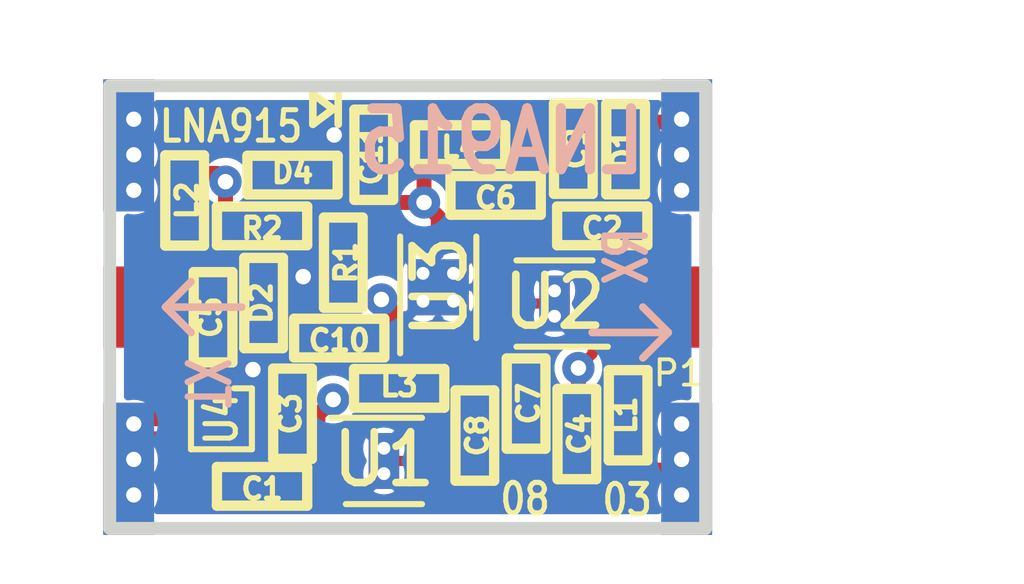
<source format=kicad_pcb>
(kicad_pcb (version 20171130) (host pcbnew 5.1.6)

  (general
    (thickness 0.8)
    (drawings 22)
    (tracks 132)
    (zones 0)
    (modules 25)
    (nets 18)
  )

  (page A4)
  (layers
    (0 F.Cu signal)
    (1 In1.Cu signal)
    (2 In2.Cu signal)
    (31 B.Cu signal)
    (32 B.Adhes user)
    (33 F.Adhes user)
    (34 B.Paste user)
    (35 F.Paste user)
    (36 B.SilkS user)
    (37 F.SilkS user)
    (38 B.Mask user)
    (39 F.Mask user)
    (40 Dwgs.User user)
    (41 Cmts.User user)
    (42 Eco1.User user)
    (43 Eco2.User user)
    (44 Edge.Cuts user)
    (45 Margin user)
    (46 B.CrtYd user)
    (47 F.CrtYd user)
    (48 B.Fab user)
    (49 F.Fab user)
  )

  (setup
    (last_trace_width 0.29337)
    (user_trace_width 0.2)
    (trace_clearance 0.127)
    (zone_clearance 0.1524)
    (zone_45_only yes)
    (trace_min 0.1524)
    (via_size 0.635)
    (via_drill 0.3048)
    (via_min_size 0.4572)
    (via_min_drill 0.254)
    (user_via 0.508 0.254)
    (uvia_size 0.508)
    (uvia_drill 0.127)
    (uvias_allowed no)
    (uvia_min_size 0.4572)
    (uvia_min_drill 0.127)
    (edge_width 0.1)
    (segment_width 0.2)
    (pcb_text_width 0.3)
    (pcb_text_size 1.5 1.5)
    (mod_edge_width 0.15)
    (mod_text_size 1 1)
    (mod_text_width 0.15)
    (pad_size 4.064 1.524)
    (pad_drill 0)
    (pad_to_mask_clearance 0.0508)
    (pad_to_paste_clearance_ratio -0.02)
    (aux_axis_origin 0 0)
    (visible_elements FFF9FFFF)
    (pcbplotparams
      (layerselection 0x010f8_ffffffff)
      (usegerberextensions true)
      (usegerberattributes false)
      (usegerberadvancedattributes false)
      (creategerberjobfile false)
      (excludeedgelayer true)
      (linewidth 0.150000)
      (plotframeref false)
      (viasonmask false)
      (mode 1)
      (useauxorigin false)
      (hpglpennumber 1)
      (hpglpenspeed 20)
      (hpglpendiameter 15.000000)
      (psnegative false)
      (psa4output false)
      (plotreference false)
      (plotvalue false)
      (plotinvisibletext false)
      (padsonsilk false)
      (subtractmaskfromsilk false)
      (outputformat 1)
      (mirror false)
      (drillshape 0)
      (scaleselection 1)
      (outputdirectory "gerbers"))
  )

  (net 0 "")
  (net 1 GND)
  (net 2 VCC)
  (net 3 "Net-(C1-Pad1)")
  (net 4 "Net-(C1-Pad2)")
  (net 5 "Net-(C2-Pad1)")
  (net 6 "Net-(C2-Pad2)")
  (net 7 "Net-(C5-Pad1)")
  (net 8 "Net-(C5-Pad2)")
  (net 9 "Net-(C7-Pad2)")
  (net 10 "Net-(C8-Pad1)")
  (net 11 "Net-(C8-Pad2)")
  (net 12 "Net-(C10-Pad2)")
  (net 13 "Net-(C7-Pad1)")
  (net 14 "Net-(D4-Pad2)")
  (net 15 "Net-(C6-Pad1)")
  (net 16 "Net-(C6-Pad2)")
  (net 17 "Net-(R1-Pad2)")

  (net_class Default "This is the default net class."
    (clearance 0.127)
    (trace_width 0.29337)
    (via_dia 0.635)
    (via_drill 0.3048)
    (uvia_dia 0.508)
    (uvia_drill 0.127)
    (diff_pair_width 0.2032)
    (diff_pair_gap 0.2032)
    (add_net GND)
    (add_net "Net-(C1-Pad1)")
    (add_net "Net-(C1-Pad2)")
    (add_net "Net-(C10-Pad2)")
    (add_net "Net-(C2-Pad1)")
    (add_net "Net-(C2-Pad2)")
    (add_net "Net-(C5-Pad1)")
    (add_net "Net-(C5-Pad2)")
    (add_net "Net-(C6-Pad1)")
    (add_net "Net-(C6-Pad2)")
    (add_net "Net-(C7-Pad1)")
    (add_net "Net-(C7-Pad2)")
    (add_net "Net-(C8-Pad1)")
    (add_net "Net-(C8-Pad2)")
    (add_net "Net-(D4-Pad2)")
    (add_net "Net-(R1-Pad2)")
    (add_net VCC)
  )

  (module gsg-modules:0402 (layer F.Cu) (tedit 5F26E02E) (tstamp 5F28A231)
    (at 134.13 96.88 90)
    (path /5F2886C8)
    (attr smd)
    (fp_text reference C9 (at 0 0.0508 90) (layer F.SilkS)
      (effects (font (size 0.4064 0.4064) (thickness 0.1016)))
    )
    (fp_text value "1 pF" (at 0 0.0508 90) (layer F.SilkS) hide
      (effects (font (size 0.4064 0.4064) (thickness 0.1016)))
    )
    (fp_line (start -0.94 0.43) (end -0.94 -0.43) (layer F.CrtYd) (width 0.05))
    (fp_line (start 0.94 0.43) (end -0.94 0.43) (layer F.CrtYd) (width 0.05))
    (fp_line (start 0.94 -0.43) (end 0.94 0.43) (layer F.CrtYd) (width 0.05))
    (fp_line (start -0.94 -0.43) (end 0.94 -0.43) (layer F.CrtYd) (width 0.05))
    (fp_line (start 0.889 -0.381) (end 0.889 0.381) (layer F.SilkS) (width 0.2032))
    (fp_line (start 0.889 0.381) (end -0.889 0.381) (layer F.SilkS) (width 0.2032))
    (fp_line (start -0.889 0.381) (end -0.889 -0.381) (layer F.SilkS) (width 0.2032))
    (fp_line (start -0.889 -0.381) (end 0.889 -0.381) (layer F.SilkS) (width 0.2032))
    (pad 1 smd rect (at -0.5334 0 90) (size 0.508 0.5588) (layers F.Cu F.Paste F.Mask)
      (net 5 "Net-(C2-Pad1)"))
    (pad 2 smd rect (at 0.5334 0 90) (size 0.508 0.5588) (layers F.Cu F.Paste F.Mask)
      (net 1 GND))
  )

  (module LNA915:SMA-KIT-1.5MF (layer F.Cu) (tedit 5F26EE20) (tstamp 5F278E99)
    (at 136.863 100 180)
    (path /5EF2AE41)
    (attr virtual)
    (fp_text reference P1 (at 0.663 -1.3) (layer F.SilkS)
      (effects (font (size 0.5 0.5) (thickness 0.075)))
    )
    (fp_text value SMA-KIT-1.5MF (at 0 5.2) (layer F.Fab)
      (effects (font (size 1 1) (thickness 0.15)))
    )
    (fp_text user %R (at 0.663 -1.3) (layer F.Fab)
      (effects (font (size 0.5 0.5) (thickness 0.075)))
    )
    (pad 4 smd rect (at 11.49 3.185) (size 1 2.6) (layers B.Cu B.Mask)
      (net 1 GND))
    (pad 4 thru_hole circle (at 11.39 3.7) (size 0.64 0.64) (drill 0.3) (layers *.Cu *.Mask)
      (net 1 GND))
    (pad 4 smd rect (at 11.49 -3.185) (size 1 2.6) (layers F.Cu F.Mask)
      (net 1 GND))
    (pad 4 thru_hole circle (at 11.39 -3) (size 0.64 0.64) (drill 0.3) (layers *.Cu *.Mask)
      (net 1 GND))
    (pad 4 thru_hole circle (at 11.39 2.3) (size 0.64 0.64) (drill 0.3) (layers *.Cu *.Mask)
      (net 1 GND))
    (pad 4 thru_hole circle (at 11.39 -2.3) (size 0.64 0.64) (drill 0.3) (layers *.Cu *.Mask)
      (net 1 GND))
    (pad 4 thru_hole circle (at 11.39 3) (size 0.64 0.64) (drill 0.3) (layers *.Cu *.Mask)
      (net 1 GND))
    (pad 4 smd rect (at 11.49 3.185) (size 1 2.6) (layers F.Cu F.Mask)
      (net 1 GND))
    (pad 3 smd rect (at 11.24 0) (size 1.5 1.6) (layers F.Cu F.Mask)
      (net 7 "Net-(C5-Pad1)"))
    (pad 4 smd rect (at 11.49 -3.185) (size 1 2.6) (layers B.Cu B.Mask)
      (net 1 GND))
    (pad 4 thru_hole circle (at 11.39 -3.7) (size 0.64 0.64) (drill 0.3) (layers *.Cu *.Mask)
      (net 1 GND))
    (pad 2 thru_hole circle (at 0.6 3.7 180) (size 0.64 0.64) (drill 0.3) (layers *.Cu *.Mask)
      (net 1 GND))
    (pad 2 thru_hole circle (at 0.6 3 180) (size 0.64 0.64) (drill 0.3) (layers *.Cu *.Mask)
      (net 1 GND))
    (pad 2 thru_hole circle (at 0.6 2.3 180) (size 0.64 0.64) (drill 0.3) (layers *.Cu *.Mask)
      (net 1 GND))
    (pad 2 thru_hole circle (at 0.6 -3.7 180) (size 0.64 0.64) (drill 0.3) (layers *.Cu *.Mask)
      (net 1 GND))
    (pad 2 thru_hole circle (at 0.6 -3 180) (size 0.64 0.64) (drill 0.3) (layers *.Cu *.Mask)
      (net 1 GND))
    (pad 2 thru_hole circle (at 0.6 -2.3 180) (size 0.64 0.64) (drill 0.3) (layers *.Cu *.Mask)
      (net 1 GND))
    (pad 1 smd rect (at 0.75 0 180) (size 1.5 1.6) (layers F.Cu F.Mask)
      (net 6 "Net-(C2-Pad2)"))
    (pad 2 smd rect (at 0.5 -3.185 180) (size 1 2.6) (layers F.Cu F.Mask)
      (net 1 GND))
    (pad 2 smd rect (at 0.5 3.185 180) (size 1 2.6) (layers B.Cu B.Mask)
      (net 1 GND))
    (pad 2 smd rect (at 0.5 -3.185 180) (size 1 2.6) (layers B.Cu B.Mask)
      (net 1 GND))
    (pad 2 smd rect (at 0.5 3.185 180) (size 1 2.6) (layers F.Cu F.Mask)
      (net 1 GND))
  )

  (module LNA915:GRF6011 (layer F.Cu) (tedit 5F279363) (tstamp 5F278692)
    (at 133.76 99.93 180)
    (path /5EF6E285)
    (attr smd)
    (fp_text reference U2 (at 0 0.03) (layer F.SilkS)
      (effects (font (size 1 1) (thickness 0.15)))
    )
    (fp_text value SWITCH (at 0 1.6) (layer F.Fab)
      (effects (font (size 1 1) (thickness 0.15)))
    )
    (fp_line (start -1.1 0.9) (end -1.1 -0.9) (layer F.CrtYd) (width 0.05))
    (fp_line (start 1.1 0.9) (end -1.1 0.9) (layer F.CrtYd) (width 0.05))
    (fp_line (start 1.1 -0.9) (end 1.1 0.9) (layer F.CrtYd) (width 0.05))
    (fp_line (start -1.1 -0.9) (end 1.1 -0.9) (layer F.CrtYd) (width 0.05))
    (fp_line (start 0.75 -0.75) (end 0.75 0.75) (layer F.Fab) (width 0.1))
    (fp_line (start 0.75 0.75) (end -0.75 0.75) (layer F.Fab) (width 0.1))
    (fp_line (start 0.75 0.85) (end -0.75 0.85) (layer F.SilkS) (width 0.12))
    (fp_line (start 0.75 -0.85) (end -1.05 -0.85) (layer F.SilkS) (width 0.12))
    (fp_line (start -0.75 -0.35) (end -0.35 -0.75) (layer F.Fab) (width 0.1))
    (fp_line (start -0.35 -0.75) (end 0.75 -0.75) (layer F.Fab) (width 0.1))
    (fp_line (start -0.75 -0.35) (end -0.75 0.75) (layer F.Fab) (width 0.1))
    (fp_text user %R (at 0 0) (layer F.Fab)
      (effects (font (size 0.5 0.3) (thickness 0.075)))
    )
    (pad 0 smd rect (at 0 0 180) (size 0.6 0.3) (layers F.Cu F.Paste)
      (net 1 GND))
    (pad 0 smd rect (at 0 0.45 180) (size 0.6 0.2) (layers F.Cu F.Paste)
      (net 1 GND))
    (pad 0 smd rect (at 0 -0.45 180) (size 0.6 0.2) (layers F.Cu F.Paste)
      (net 1 GND))
    (pad 0 smd rect (at 0 0 180) (size 0.6 1.1) (layers B.Cu)
      (net 1 GND))
    (pad 0 thru_hole circle (at 0 0.25 180) (size 0.508 0.508) (drill 0.254) (layers *.Cu *.Mask)
      (net 1 GND))
    (pad 0 thru_hole circle (at 0 -0.25 180) (size 0.508 0.508) (drill 0.254) (layers *.Cu *.Mask)
      (net 1 GND))
    (pad 0 smd rect (at 0 0 180) (size 0.6 1.1) (layers F.Cu F.Mask)
      (net 1 GND))
    (pad 6 smd rect (at 0.75 -0.5 180) (size 0.4 0.2) (layers F.Cu F.Paste F.Mask)
      (net 9 "Net-(C7-Pad2)"))
    (pad 5 smd rect (at 0.75 0 180) (size 0.4 0.2) (layers F.Cu F.Paste F.Mask)
      (net 1 GND))
    (pad 4 smd rect (at 0.75 0.5 180) (size 0.4 0.2) (layers F.Cu F.Paste F.Mask)
      (net 16 "Net-(C6-Pad2)"))
    (pad 3 smd rect (at -0.75 0.5 180) (size 0.4 0.2) (layers F.Cu F.Paste F.Mask)
      (net 5 "Net-(C2-Pad1)"))
    (pad 2 smd rect (at -0.75 0 180) (size 0.4 0.2) (layers F.Cu F.Paste F.Mask)
      (net 2 VCC))
    (pad 1 smd rect (at -0.75 -0.5 180) (size 0.4 0.2) (layers F.Cu F.Paste F.Mask)
      (net 2 VCC))
  )

  (module LNA915:TSLP-7-1 (layer F.Cu) (tedit 5F26DB3A) (tstamp 5F2788A4)
    (at 131.47 99.61)
    (path /52F68792)
    (attr smd)
    (fp_text reference U3 (at 0.03 -0.01 90) (layer F.SilkS)
      (effects (font (size 1 1) (thickness 0.15)))
    )
    (fp_text value LNA (at 0 2) (layer F.Fab)
      (effects (font (size 1 1) (thickness 0.15)))
    )
    (fp_line (start -0.75 -1) (end -0.75 1.3) (layer F.SilkS) (width 0.12))
    (fp_line (start 0.75 -1) (end 0.75 1) (layer F.SilkS) (width 0.12))
    (fp_line (start -0.65 -1) (end 0.65 -1) (layer F.Fab) (width 0.1))
    (fp_line (start 0.65 -1) (end 0.65 1) (layer F.Fab) (width 0.1))
    (fp_line (start 0.65 1) (end -0.35 1) (layer F.Fab) (width 0.1))
    (fp_line (start -0.65 0.7) (end -0.65 -1) (layer F.Fab) (width 0.1))
    (fp_line (start -0.8 -1.25) (end 0.8 -1.25) (layer F.CrtYd) (width 0.05))
    (fp_line (start 0.8 -1.25) (end 0.8 1.25) (layer F.CrtYd) (width 0.05))
    (fp_line (start 0.8 1.25) (end -0.8 1.25) (layer F.CrtYd) (width 0.05))
    (fp_line (start -0.8 1.25) (end -0.8 -1.25) (layer F.CrtYd) (width 0.05))
    (fp_line (start -0.35 1) (end -0.65 0.7) (layer F.Fab) (width 0.1))
    (fp_text user %R (at 0 0 90) (layer F.Fab)
      (effects (font (size 0.5 0.5) (thickness 0.075)))
    )
    (pad 7 smd rect (at 0.45 0.4) (size 0.3 0.3) (layers F.Cu F.Paste)
      (net 1 GND))
    (pad 7 smd rect (at 0 0.4) (size 0.3 0.3) (layers F.Cu F.Paste)
      (net 1 GND))
    (pad 7 smd rect (at -0.45 0.4) (size 0.3 0.3) (layers F.Cu F.Paste)
      (net 1 GND))
    (pad 7 smd rect (at -0.45 0) (size 0.3 0.3) (layers F.Cu F.Paste)
      (net 1 GND))
    (pad 7 smd rect (at -0.45 -0.4) (size 0.3 0.3) (layers F.Cu F.Paste)
      (net 1 GND))
    (pad 7 smd rect (at 0 -0.4) (size 0.3 0.3) (layers F.Cu F.Paste)
      (net 1 GND))
    (pad 7 smd rect (at 0.45 -0.4) (size 0.3 0.3) (layers F.Cu F.Paste)
      (net 1 GND))
    (pad 7 smd rect (at 0.45 0) (size 0.3 0.3) (layers F.Cu F.Paste)
      (net 1 GND))
    (pad 7 thru_hole circle (at -0.3 -0.275) (size 0.5 0.5) (drill 0.254) (layers *.Cu *.Mask)
      (net 1 GND))
    (pad 7 thru_hole circle (at -0.3 0.275) (size 0.5 0.5) (drill 0.254) (layers *.Cu *.Mask)
      (net 1 GND))
    (pad 7 thru_hole circle (at 0.3 0.275) (size 0.5 0.5) (drill 0.254) (layers *.Cu *.Mask)
      (net 1 GND))
    (pad 7 thru_hole circle (at 0.3 -0.275) (size 0.5 0.5) (drill 0.254) (layers *.Cu *.Mask)
      (net 1 GND))
    (pad 7 smd rect (at 0 0) (size 1.2 1.1) (layers F.Cu F.Mask)
      (net 1 GND))
    (pad 7 smd rect (at 0 0) (size 0.3 0.3) (layers F.Cu F.Paste)
      (net 1 GND))
    (pad 6 smd rect (at -0.5 -0.925) (size 0.3 0.35) (layers F.Cu F.Paste F.Mask)
      (net 17 "Net-(R1-Pad2)"))
    (pad 5 smd rect (at 0 -0.925) (size 0.3 0.35) (layers F.Cu F.Paste F.Mask)
      (net 2 VCC))
    (pad 4 smd rect (at 0.5 -0.925) (size 0.3 0.35) (layers F.Cu F.Paste F.Mask)
      (net 15 "Net-(C6-Pad1)"))
    (pad 3 smd rect (at 0.5 0.925) (size 0.3 0.35) (layers F.Cu F.Paste F.Mask)
      (net 11 "Net-(C8-Pad2)"))
    (pad 2 smd rect (at 0 0.925) (size 0.3 0.35) (layers F.Cu F.Paste F.Mask)
      (net 12 "Net-(C10-Pad2)"))
    (pad 1 smd rect (at -0.5 0.925) (size 0.3 0.35) (layers F.Cu F.Paste F.Mask)
      (net 2 VCC) (die_length 3.40614))
    (pad 7 smd rect (at 0 0) (size 1.2 1.1) (layers B.Cu)
      (net 1 GND))
  )

  (module LNA915:F5Q (layer F.Cu) (tedit 5F26F223) (tstamp 5F278651)
    (at 127.2 102.2 270)
    (path /52F44412)
    (fp_text reference U4 (at 0 0 90) (layer F.SilkS)
      (effects (font (size 0.6 0.5) (thickness 0.1)))
    )
    (fp_text value SAW (at 0 1.35 90) (layer F.Fab)
      (effects (font (size 1 1) (thickness 0.15)))
    )
    (fp_line (start -0.6 -0.6) (end -0.6 -0.25) (layer F.SilkS) (width 0.12))
    (fp_line (start 0.6 0.6) (end -0.7508 0.6) (layer F.SilkS) (width 0.12))
    (fp_line (start 0.6 -0.6) (end 0.6 0.6) (layer F.SilkS) (width 0.12))
    (fp_line (start -0.6 -0.6) (end 0.6 -0.6) (layer F.SilkS) (width 0.12))
    (fp_line (start -0.55 -0.45) (end 0.55 -0.45) (layer F.Fab) (width 0.1))
    (fp_line (start 0.55 -0.45) (end 0.55 0.45) (layer F.Fab) (width 0.1))
    (fp_line (start 0.55 0.45) (end -0.55 0.45) (layer F.Fab) (width 0.1))
    (fp_line (start -0.55 0.45) (end -0.55 -0.45) (layer F.Fab) (width 0.1))
    (fp_line (start 0.7 -0.7) (end 0.7 0.7) (layer F.CrtYd) (width 0.05))
    (fp_line (start 0.7 0.7) (end -0.85 0.7) (layer F.CrtYd) (width 0.05))
    (fp_line (start -0.85 0.7) (end -0.85 -0.7) (layer F.CrtYd) (width 0.05))
    (fp_line (start -0.85 -0.7) (end 0.7 -0.7) (layer F.CrtYd) (width 0.05))
    (fp_text user %R (at 0 0 90) (layer F.Fab)
      (effects (font (size 0.5 0.3) (thickness 0.075)))
    )
    (pad 1 smd rect (at -0.495 0 270) (size 0.4 0.25) (layers F.Cu F.Paste F.Mask)
      (net 8 "Net-(C5-Pad2)") (die_length 3.40614))
    (pad 3 smd rect (at 0.395 0.325 270) (size 0.25 0.4) (layers F.Cu F.Paste F.Mask)
      (net 1 GND) (die_length -1518.485687))
    (pad 4 smd rect (at 0.395 -0.325 270) (size 0.25 0.4) (layers F.Cu F.Paste F.Mask)
      (net 3 "Net-(C1-Pad1)") (die_length -1518.485687))
    (pad 2 smd rect (at 0 0.325 270) (size 0.25 0.4) (layers F.Cu F.Paste F.Mask)
      (net 1 GND) (die_length 3.40614))
    (pad 5 smd rect (at 0 -0.325 270) (size 0.25 0.4) (layers F.Cu F.Paste F.Mask)
      (net 1 GND))
  )

  (module LNA915:GRF6011 (layer F.Cu) (tedit 5F279363) (tstamp 5F277FC8)
    (at 130.4 103.03)
    (path /5EF1EE32)
    (attr smd)
    (fp_text reference U1 (at 0 -0.03) (layer F.SilkS)
      (effects (font (size 1 1) (thickness 0.15)))
    )
    (fp_text value SWITCH (at 0 1.6) (layer F.Fab)
      (effects (font (size 1 1) (thickness 0.15)))
    )
    (fp_line (start -1.1 0.9) (end -1.1 -0.9) (layer F.CrtYd) (width 0.05))
    (fp_line (start 1.1 0.9) (end -1.1 0.9) (layer F.CrtYd) (width 0.05))
    (fp_line (start 1.1 -0.9) (end 1.1 0.9) (layer F.CrtYd) (width 0.05))
    (fp_line (start -1.1 -0.9) (end 1.1 -0.9) (layer F.CrtYd) (width 0.05))
    (fp_line (start 0.75 -0.75) (end 0.75 0.75) (layer F.Fab) (width 0.1))
    (fp_line (start 0.75 0.75) (end -0.75 0.75) (layer F.Fab) (width 0.1))
    (fp_line (start 0.75 0.85) (end -0.75 0.85) (layer F.SilkS) (width 0.12))
    (fp_line (start 0.75 -0.85) (end -1.05 -0.85) (layer F.SilkS) (width 0.12))
    (fp_line (start -0.75 -0.35) (end -0.35 -0.75) (layer F.Fab) (width 0.1))
    (fp_line (start -0.35 -0.75) (end 0.75 -0.75) (layer F.Fab) (width 0.1))
    (fp_line (start -0.75 -0.35) (end -0.75 0.75) (layer F.Fab) (width 0.1))
    (fp_text user %R (at 0 0) (layer F.Fab)
      (effects (font (size 0.5 0.3) (thickness 0.075)))
    )
    (pad 0 smd rect (at 0 0) (size 0.6 0.3) (layers F.Cu F.Paste)
      (net 1 GND))
    (pad 0 smd rect (at 0 0.45) (size 0.6 0.2) (layers F.Cu F.Paste)
      (net 1 GND))
    (pad 0 smd rect (at 0 -0.45) (size 0.6 0.2) (layers F.Cu F.Paste)
      (net 1 GND))
    (pad 0 smd rect (at 0 0) (size 0.6 1.1) (layers B.Cu)
      (net 1 GND))
    (pad 0 thru_hole circle (at 0 0.25) (size 0.508 0.508) (drill 0.254) (layers *.Cu *.Mask)
      (net 1 GND))
    (pad 0 thru_hole circle (at 0 -0.25) (size 0.508 0.508) (drill 0.254) (layers *.Cu *.Mask)
      (net 1 GND))
    (pad 0 smd rect (at 0 0) (size 0.6 1.1) (layers F.Cu F.Mask)
      (net 1 GND))
    (pad 6 smd rect (at 0.75 -0.5) (size 0.4 0.2) (layers F.Cu F.Paste F.Mask)
      (net 13 "Net-(C7-Pad1)"))
    (pad 5 smd rect (at 0.75 0) (size 0.4 0.2) (layers F.Cu F.Paste F.Mask)
      (net 1 GND))
    (pad 4 smd rect (at 0.75 0.5) (size 0.4 0.2) (layers F.Cu F.Paste F.Mask)
      (net 10 "Net-(C8-Pad1)"))
    (pad 3 smd rect (at -0.75 0.5) (size 0.4 0.2) (layers F.Cu F.Paste F.Mask)
      (net 4 "Net-(C1-Pad2)"))
    (pad 2 smd rect (at -0.75 0) (size 0.4 0.2) (layers F.Cu F.Paste F.Mask)
      (net 2 VCC))
    (pad 1 smd rect (at -0.75 -0.5) (size 0.4 0.2) (layers F.Cu F.Paste F.Mask)
      (net 2 VCC))
  )

  (module gsg-modules:0402 (layer F.Cu) (tedit 5F26E02E) (tstamp 5EF09A23)
    (at 128 98.4)
    (path /52F68CBB)
    (attr smd)
    (fp_text reference R2 (at 0 0.0508) (layer F.SilkS)
      (effects (font (size 0.4064 0.4064) (thickness 0.1016)))
    )
    (fp_text value 470 (at 0 0.0508) (layer F.SilkS) hide
      (effects (font (size 0.4064 0.4064) (thickness 0.1016)))
    )
    (fp_line (start -0.889 -0.381) (end 0.889 -0.381) (layer F.SilkS) (width 0.2032))
    (fp_line (start -0.889 0.381) (end -0.889 -0.381) (layer F.SilkS) (width 0.2032))
    (fp_line (start 0.889 0.381) (end -0.889 0.381) (layer F.SilkS) (width 0.2032))
    (fp_line (start 0.889 -0.381) (end 0.889 0.381) (layer F.SilkS) (width 0.2032))
    (fp_line (start -0.94 -0.43) (end 0.94 -0.43) (layer F.CrtYd) (width 0.05))
    (fp_line (start 0.94 -0.43) (end 0.94 0.43) (layer F.CrtYd) (width 0.05))
    (fp_line (start 0.94 0.43) (end -0.94 0.43) (layer F.CrtYd) (width 0.05))
    (fp_line (start -0.94 0.43) (end -0.94 -0.43) (layer F.CrtYd) (width 0.05))
    (pad 1 smd rect (at -0.5334 0) (size 0.508 0.5588) (layers F.Cu F.Paste F.Mask)
      (net 2 VCC))
    (pad 2 smd rect (at 0.5334 0) (size 0.508 0.5588) (layers F.Cu F.Paste F.Mask)
      (net 14 "Net-(D4-Pad2)"))
  )

  (module gsg-modules:0402 (layer F.Cu) (tedit 5F26E02E) (tstamp 5EF0949D)
    (at 129.6 99.125 90)
    (path /52F68800)
    (attr smd)
    (fp_text reference R1 (at 0 0.0508 90) (layer F.SilkS)
      (effects (font (size 0.4064 0.4064) (thickness 0.1016)))
    )
    (fp_text value 3k (at 0 0.0508 90) (layer F.SilkS) hide
      (effects (font (size 0.4064 0.4064) (thickness 0.1016)))
    )
    (fp_line (start -0.889 -0.381) (end 0.889 -0.381) (layer F.SilkS) (width 0.2032))
    (fp_line (start -0.889 0.381) (end -0.889 -0.381) (layer F.SilkS) (width 0.2032))
    (fp_line (start 0.889 0.381) (end -0.889 0.381) (layer F.SilkS) (width 0.2032))
    (fp_line (start 0.889 -0.381) (end 0.889 0.381) (layer F.SilkS) (width 0.2032))
    (fp_line (start -0.94 -0.43) (end 0.94 -0.43) (layer F.CrtYd) (width 0.05))
    (fp_line (start 0.94 -0.43) (end 0.94 0.43) (layer F.CrtYd) (width 0.05))
    (fp_line (start 0.94 0.43) (end -0.94 0.43) (layer F.CrtYd) (width 0.05))
    (fp_line (start -0.94 0.43) (end -0.94 -0.43) (layer F.CrtYd) (width 0.05))
    (pad 1 smd rect (at -0.5334 0 90) (size 0.508 0.5588) (layers F.Cu F.Paste F.Mask)
      (net 2 VCC))
    (pad 2 smd rect (at 0.5334 0 90) (size 0.508 0.5588) (layers F.Cu F.Paste F.Mask)
      (net 17 "Net-(R1-Pad2)"))
  )

  (module gsg-modules:0402 (layer F.Cu) (tedit 5F26E02E) (tstamp 5F282B4A)
    (at 131.9 96.8)
    (path /52F688CD)
    (attr smd)
    (fp_text reference L4 (at 0 0.0508) (layer F.SilkS)
      (effects (font (size 0.4064 0.4064) (thickness 0.1016)))
    )
    (fp_text value 39nH (at 0 0.0508) (layer F.SilkS) hide
      (effects (font (size 0.4064 0.4064) (thickness 0.1016)))
    )
    (fp_line (start -0.889 -0.381) (end 0.889 -0.381) (layer F.SilkS) (width 0.2032))
    (fp_line (start -0.889 0.381) (end -0.889 -0.381) (layer F.SilkS) (width 0.2032))
    (fp_line (start 0.889 0.381) (end -0.889 0.381) (layer F.SilkS) (width 0.2032))
    (fp_line (start 0.889 -0.381) (end 0.889 0.381) (layer F.SilkS) (width 0.2032))
    (fp_line (start -0.94 -0.43) (end 0.94 -0.43) (layer F.CrtYd) (width 0.05))
    (fp_line (start 0.94 -0.43) (end 0.94 0.43) (layer F.CrtYd) (width 0.05))
    (fp_line (start 0.94 0.43) (end -0.94 0.43) (layer F.CrtYd) (width 0.05))
    (fp_line (start -0.94 0.43) (end -0.94 -0.43) (layer F.CrtYd) (width 0.05))
    (pad 1 smd rect (at -0.5334 0) (size 0.508 0.5588) (layers F.Cu F.Paste F.Mask)
      (net 2 VCC))
    (pad 2 smd rect (at 0.5334 0) (size 0.508 0.5588) (layers F.Cu F.Paste F.Mask)
      (net 15 "Net-(C6-Pad1)"))
  )

  (module gsg-modules:0402 (layer F.Cu) (tedit 5F26E02E) (tstamp 5F273959)
    (at 130.7 101.6 180)
    (path /52F68C24)
    (attr smd)
    (fp_text reference L3 (at 0 0.0508) (layer F.SilkS)
      (effects (font (size 0.4064 0.4064) (thickness 0.1016)))
    )
    (fp_text value 39nH (at 0 0.0508) (layer F.SilkS) hide
      (effects (font (size 0.4064 0.4064) (thickness 0.1016)))
    )
    (fp_line (start -0.889 -0.381) (end 0.889 -0.381) (layer F.SilkS) (width 0.2032))
    (fp_line (start -0.889 0.381) (end -0.889 -0.381) (layer F.SilkS) (width 0.2032))
    (fp_line (start 0.889 0.381) (end -0.889 0.381) (layer F.SilkS) (width 0.2032))
    (fp_line (start 0.889 -0.381) (end 0.889 0.381) (layer F.SilkS) (width 0.2032))
    (fp_line (start -0.94 -0.43) (end 0.94 -0.43) (layer F.CrtYd) (width 0.05))
    (fp_line (start 0.94 -0.43) (end 0.94 0.43) (layer F.CrtYd) (width 0.05))
    (fp_line (start 0.94 0.43) (end -0.94 0.43) (layer F.CrtYd) (width 0.05))
    (fp_line (start -0.94 0.43) (end -0.94 -0.43) (layer F.CrtYd) (width 0.05))
    (pad 1 smd rect (at -0.5334 0 180) (size 0.508 0.5588) (layers F.Cu F.Paste F.Mask)
      (net 11 "Net-(C8-Pad2)"))
    (pad 2 smd rect (at 0.5334 0 180) (size 0.508 0.5588) (layers F.Cu F.Paste F.Mask)
      (net 12 "Net-(C10-Pad2)"))
  )

  (module gsg-modules:0402 (layer F.Cu) (tedit 5F26E02E) (tstamp 5EF08061)
    (at 126.475 97.9 90)
    (path /5F219001)
    (attr smd)
    (fp_text reference L2 (at 0 0.0508 90) (layer F.SilkS)
      (effects (font (size 0.4064 0.4064) (thickness 0.1016)))
    )
    (fp_text value 39nH (at 0 0.0508 90) (layer F.SilkS) hide
      (effects (font (size 0.4064 0.4064) (thickness 0.1016)))
    )
    (fp_line (start -0.889 -0.381) (end 0.889 -0.381) (layer F.SilkS) (width 0.2032))
    (fp_line (start -0.889 0.381) (end -0.889 -0.381) (layer F.SilkS) (width 0.2032))
    (fp_line (start 0.889 0.381) (end -0.889 0.381) (layer F.SilkS) (width 0.2032))
    (fp_line (start 0.889 -0.381) (end 0.889 0.381) (layer F.SilkS) (width 0.2032))
    (fp_line (start -0.94 -0.43) (end 0.94 -0.43) (layer F.CrtYd) (width 0.05))
    (fp_line (start 0.94 -0.43) (end 0.94 0.43) (layer F.CrtYd) (width 0.05))
    (fp_line (start 0.94 0.43) (end -0.94 0.43) (layer F.CrtYd) (width 0.05))
    (fp_line (start -0.94 0.43) (end -0.94 -0.43) (layer F.CrtYd) (width 0.05))
    (pad 1 smd rect (at -0.5334 0 90) (size 0.508 0.5588) (layers F.Cu F.Paste F.Mask)
      (net 7 "Net-(C5-Pad1)"))
    (pad 2 smd rect (at 0.5334 0 90) (size 0.508 0.5588) (layers F.Cu F.Paste F.Mask)
      (net 2 VCC))
  )

  (module gsg-modules:0402 (layer F.Cu) (tedit 5F26E02E) (tstamp 5F282AE1)
    (at 135.21 102.13 270)
    (path /52F68C64)
    (attr smd)
    (fp_text reference L1 (at 0 0.0508 90) (layer F.SilkS)
      (effects (font (size 0.4064 0.4064) (thickness 0.1016)))
    )
    (fp_text value 39nH (at 0 0.0508 90) (layer F.SilkS) hide
      (effects (font (size 0.4064 0.4064) (thickness 0.1016)))
    )
    (fp_line (start -0.889 -0.381) (end 0.889 -0.381) (layer F.SilkS) (width 0.2032))
    (fp_line (start -0.889 0.381) (end -0.889 -0.381) (layer F.SilkS) (width 0.2032))
    (fp_line (start 0.889 0.381) (end -0.889 0.381) (layer F.SilkS) (width 0.2032))
    (fp_line (start 0.889 -0.381) (end 0.889 0.381) (layer F.SilkS) (width 0.2032))
    (fp_line (start -0.94 -0.43) (end 0.94 -0.43) (layer F.CrtYd) (width 0.05))
    (fp_line (start 0.94 -0.43) (end 0.94 0.43) (layer F.CrtYd) (width 0.05))
    (fp_line (start 0.94 0.43) (end -0.94 0.43) (layer F.CrtYd) (width 0.05))
    (fp_line (start -0.94 0.43) (end -0.94 -0.43) (layer F.CrtYd) (width 0.05))
    (pad 1 smd rect (at -0.5334 0 270) (size 0.508 0.5588) (layers F.Cu F.Paste F.Mask)
      (net 6 "Net-(C2-Pad2)"))
    (pad 2 smd rect (at 0.5334 0 270) (size 0.508 0.5588) (layers F.Cu F.Paste F.Mask)
      (net 2 VCC))
  )

  (module gsg-modules:0402 (layer F.Cu) (tedit 5F26E02E) (tstamp 52F6BFEC)
    (at 128.6 97.4 180)
    (path /52F51772)
    (attr smd)
    (fp_text reference D4 (at 0 0.0508) (layer F.SilkS)
      (effects (font (size 0.4064 0.4064) (thickness 0.1016)))
    )
    (fp_text value LNALED (at 0 0.0508) (layer F.SilkS) hide
      (effects (font (size 0.4064 0.4064) (thickness 0.1016)))
    )
    (fp_line (start -0.889 -0.381) (end 0.889 -0.381) (layer F.SilkS) (width 0.2032))
    (fp_line (start -0.889 0.381) (end -0.889 -0.381) (layer F.SilkS) (width 0.2032))
    (fp_line (start 0.889 0.381) (end -0.889 0.381) (layer F.SilkS) (width 0.2032))
    (fp_line (start 0.889 -0.381) (end 0.889 0.381) (layer F.SilkS) (width 0.2032))
    (fp_line (start -0.94 -0.43) (end 0.94 -0.43) (layer F.CrtYd) (width 0.05))
    (fp_line (start 0.94 -0.43) (end 0.94 0.43) (layer F.CrtYd) (width 0.05))
    (fp_line (start 0.94 0.43) (end -0.94 0.43) (layer F.CrtYd) (width 0.05))
    (fp_line (start -0.94 0.43) (end -0.94 -0.43) (layer F.CrtYd) (width 0.05))
    (pad 1 smd rect (at -0.5334 0 180) (size 0.508 0.5588) (layers F.Cu F.Paste F.Mask)
      (net 1 GND))
    (pad 2 smd rect (at 0.5334 0 180) (size 0.508 0.5588) (layers F.Cu F.Paste F.Mask)
      (net 14 "Net-(D4-Pad2)"))
  )

  (module gsg-modules:0402 (layer F.Cu) (tedit 5F26E02E) (tstamp 5EF02082)
    (at 128.03 99.92 270)
    (path /52F69FCE)
    (attr smd)
    (fp_text reference D2 (at 0 0.0508 90) (layer F.SilkS)
      (effects (font (size 0.4064 0.4064) (thickness 0.1016)))
    )
    (fp_text value D_TVS (at 0 0.0508 90) (layer F.SilkS) hide
      (effects (font (size 0.4064 0.4064) (thickness 0.1016)))
    )
    (fp_line (start -0.889 -0.381) (end 0.889 -0.381) (layer F.SilkS) (width 0.2032))
    (fp_line (start -0.889 0.381) (end -0.889 -0.381) (layer F.SilkS) (width 0.2032))
    (fp_line (start 0.889 0.381) (end -0.889 0.381) (layer F.SilkS) (width 0.2032))
    (fp_line (start 0.889 -0.381) (end 0.889 0.381) (layer F.SilkS) (width 0.2032))
    (fp_line (start -0.94 -0.43) (end 0.94 -0.43) (layer F.CrtYd) (width 0.05))
    (fp_line (start 0.94 -0.43) (end 0.94 0.43) (layer F.CrtYd) (width 0.05))
    (fp_line (start 0.94 0.43) (end -0.94 0.43) (layer F.CrtYd) (width 0.05))
    (fp_line (start -0.94 0.43) (end -0.94 -0.43) (layer F.CrtYd) (width 0.05))
    (pad 1 smd rect (at -0.5334 0 270) (size 0.508 0.5588) (layers F.Cu F.Paste F.Mask)
      (net 1 GND))
    (pad 2 smd rect (at 0.5334 0 270) (size 0.508 0.5588) (layers F.Cu F.Paste F.Mask)
      (net 8 "Net-(C5-Pad2)"))
  )

  (module gsg-modules:0402 (layer F.Cu) (tedit 5F26E02E) (tstamp 5F26AD58)
    (at 135.16 96.89 270)
    (path /52F44107)
    (attr smd)
    (fp_text reference D1 (at 0 0.0508 90) (layer F.SilkS)
      (effects (font (size 0.4064 0.4064) (thickness 0.1016)))
    )
    (fp_text value D_TVS (at 0 0.0508 90) (layer F.SilkS) hide
      (effects (font (size 0.4064 0.4064) (thickness 0.1016)))
    )
    (fp_line (start -0.889 -0.381) (end 0.889 -0.381) (layer F.SilkS) (width 0.2032))
    (fp_line (start -0.889 0.381) (end -0.889 -0.381) (layer F.SilkS) (width 0.2032))
    (fp_line (start 0.889 0.381) (end -0.889 0.381) (layer F.SilkS) (width 0.2032))
    (fp_line (start 0.889 -0.381) (end 0.889 0.381) (layer F.SilkS) (width 0.2032))
    (fp_line (start -0.94 -0.43) (end 0.94 -0.43) (layer F.CrtYd) (width 0.05))
    (fp_line (start 0.94 -0.43) (end 0.94 0.43) (layer F.CrtYd) (width 0.05))
    (fp_line (start 0.94 0.43) (end -0.94 0.43) (layer F.CrtYd) (width 0.05))
    (fp_line (start -0.94 0.43) (end -0.94 -0.43) (layer F.CrtYd) (width 0.05))
    (pad 1 smd rect (at -0.5334 0 270) (size 0.508 0.5588) (layers F.Cu F.Paste F.Mask)
      (net 1 GND))
    (pad 2 smd rect (at 0.5334 0 270) (size 0.508 0.5588) (layers F.Cu F.Paste F.Mask)
      (net 6 "Net-(C2-Pad2)"))
  )

  (module gsg-modules:0402 (layer F.Cu) (tedit 5F26E02E) (tstamp 5EF09436)
    (at 130.2 97 270)
    (path /52F69F2A)
    (attr smd)
    (fp_text reference C11 (at 0 0.0508 90) (layer F.SilkS)
      (effects (font (size 0.4064 0.4064) (thickness 0.1016)))
    )
    (fp_text value 1uF (at 0 0.0508 90) (layer F.SilkS) hide
      (effects (font (size 0.4064 0.4064) (thickness 0.1016)))
    )
    (fp_line (start -0.889 -0.381) (end 0.889 -0.381) (layer F.SilkS) (width 0.2032))
    (fp_line (start -0.889 0.381) (end -0.889 -0.381) (layer F.SilkS) (width 0.2032))
    (fp_line (start 0.889 0.381) (end -0.889 0.381) (layer F.SilkS) (width 0.2032))
    (fp_line (start 0.889 -0.381) (end 0.889 0.381) (layer F.SilkS) (width 0.2032))
    (fp_line (start -0.94 -0.43) (end 0.94 -0.43) (layer F.CrtYd) (width 0.05))
    (fp_line (start 0.94 -0.43) (end 0.94 0.43) (layer F.CrtYd) (width 0.05))
    (fp_line (start 0.94 0.43) (end -0.94 0.43) (layer F.CrtYd) (width 0.05))
    (fp_line (start -0.94 0.43) (end -0.94 -0.43) (layer F.CrtYd) (width 0.05))
    (pad 1 smd rect (at -0.5334 0 270) (size 0.508 0.5588) (layers F.Cu F.Paste F.Mask)
      (net 1 GND))
    (pad 2 smd rect (at 0.5334 0 270) (size 0.508 0.5588) (layers F.Cu F.Paste F.Mask)
      (net 2 VCC))
  )

  (module gsg-modules:0402 (layer F.Cu) (tedit 5F26E02E) (tstamp 5EF08940)
    (at 129.52 100.61)
    (path /52F68A00)
    (attr smd)
    (fp_text reference C10 (at 0 0.0508) (layer F.SilkS)
      (effects (font (size 0.4064 0.4064) (thickness 0.1016)))
    )
    (fp_text value 1uF (at 0 0.0508) (layer F.SilkS) hide
      (effects (font (size 0.4064 0.4064) (thickness 0.1016)))
    )
    (fp_line (start -0.889 -0.381) (end 0.889 -0.381) (layer F.SilkS) (width 0.2032))
    (fp_line (start -0.889 0.381) (end -0.889 -0.381) (layer F.SilkS) (width 0.2032))
    (fp_line (start 0.889 0.381) (end -0.889 0.381) (layer F.SilkS) (width 0.2032))
    (fp_line (start 0.889 -0.381) (end 0.889 0.381) (layer F.SilkS) (width 0.2032))
    (fp_line (start -0.94 -0.43) (end 0.94 -0.43) (layer F.CrtYd) (width 0.05))
    (fp_line (start 0.94 -0.43) (end 0.94 0.43) (layer F.CrtYd) (width 0.05))
    (fp_line (start 0.94 0.43) (end -0.94 0.43) (layer F.CrtYd) (width 0.05))
    (fp_line (start -0.94 0.43) (end -0.94 -0.43) (layer F.CrtYd) (width 0.05))
    (pad 1 smd rect (at -0.5334 0) (size 0.508 0.5588) (layers F.Cu F.Paste F.Mask)
      (net 1 GND))
    (pad 2 smd rect (at 0.5334 0) (size 0.508 0.5588) (layers F.Cu F.Paste F.Mask)
      (net 12 "Net-(C10-Pad2)"))
  )

  (module gsg-modules:0402 (layer F.Cu) (tedit 5F26E02E) (tstamp 5EF090B0)
    (at 132.6 97.8)
    (path /52F69EBA)
    (attr smd)
    (fp_text reference C6 (at 0 0.0508) (layer F.SilkS)
      (effects (font (size 0.4064 0.4064) (thickness 0.1016)))
    )
    (fp_text value 100pF (at 0 0.0508) (layer F.SilkS) hide
      (effects (font (size 0.4064 0.4064) (thickness 0.1016)))
    )
    (fp_line (start -0.889 -0.381) (end 0.889 -0.381) (layer F.SilkS) (width 0.2032))
    (fp_line (start -0.889 0.381) (end -0.889 -0.381) (layer F.SilkS) (width 0.2032))
    (fp_line (start 0.889 0.381) (end -0.889 0.381) (layer F.SilkS) (width 0.2032))
    (fp_line (start 0.889 -0.381) (end 0.889 0.381) (layer F.SilkS) (width 0.2032))
    (fp_line (start -0.94 -0.43) (end 0.94 -0.43) (layer F.CrtYd) (width 0.05))
    (fp_line (start 0.94 -0.43) (end 0.94 0.43) (layer F.CrtYd) (width 0.05))
    (fp_line (start 0.94 0.43) (end -0.94 0.43) (layer F.CrtYd) (width 0.05))
    (fp_line (start -0.94 0.43) (end -0.94 -0.43) (layer F.CrtYd) (width 0.05))
    (pad 1 smd rect (at -0.5334 0) (size 0.508 0.5588) (layers F.Cu F.Paste F.Mask)
      (net 15 "Net-(C6-Pad1)"))
    (pad 2 smd rect (at 0.5334 0) (size 0.508 0.5588) (layers F.Cu F.Paste F.Mask)
      (net 16 "Net-(C6-Pad2)"))
  )

  (module gsg-modules:0402 (layer F.Cu) (tedit 5F26E02E) (tstamp 5F26B936)
    (at 132.19 102.53 90)
    (path /52F69EB1)
    (attr smd)
    (fp_text reference C8 (at 0 0.0508 90) (layer F.SilkS)
      (effects (font (size 0.4064 0.4064) (thickness 0.1016)))
    )
    (fp_text value 100pF (at 0 0.0508 90) (layer F.SilkS) hide
      (effects (font (size 0.4064 0.4064) (thickness 0.1016)))
    )
    (fp_line (start -0.889 -0.381) (end 0.889 -0.381) (layer F.SilkS) (width 0.2032))
    (fp_line (start -0.889 0.381) (end -0.889 -0.381) (layer F.SilkS) (width 0.2032))
    (fp_line (start 0.889 0.381) (end -0.889 0.381) (layer F.SilkS) (width 0.2032))
    (fp_line (start 0.889 -0.381) (end 0.889 0.381) (layer F.SilkS) (width 0.2032))
    (fp_line (start -0.94 -0.43) (end 0.94 -0.43) (layer F.CrtYd) (width 0.05))
    (fp_line (start 0.94 -0.43) (end 0.94 0.43) (layer F.CrtYd) (width 0.05))
    (fp_line (start 0.94 0.43) (end -0.94 0.43) (layer F.CrtYd) (width 0.05))
    (fp_line (start -0.94 0.43) (end -0.94 -0.43) (layer F.CrtYd) (width 0.05))
    (pad 1 smd rect (at -0.5334 0 90) (size 0.508 0.5588) (layers F.Cu F.Paste F.Mask)
      (net 10 "Net-(C8-Pad1)"))
    (pad 2 smd rect (at 0.5334 0 90) (size 0.508 0.5588) (layers F.Cu F.Paste F.Mask)
      (net 11 "Net-(C8-Pad2)"))
  )

  (module gsg-modules:0402 (layer F.Cu) (tedit 5F26E02E) (tstamp 5F26B83A)
    (at 133.2 101.9 90)
    (path /52F69E98)
    (attr smd)
    (fp_text reference C7 (at 0 0.0508 90) (layer F.SilkS)
      (effects (font (size 0.4064 0.4064) (thickness 0.1016)))
    )
    (fp_text value 100pF (at 0 0.0508 90) (layer F.SilkS) hide
      (effects (font (size 0.4064 0.4064) (thickness 0.1016)))
    )
    (fp_line (start -0.889 -0.381) (end 0.889 -0.381) (layer F.SilkS) (width 0.2032))
    (fp_line (start -0.889 0.381) (end -0.889 -0.381) (layer F.SilkS) (width 0.2032))
    (fp_line (start 0.889 0.381) (end -0.889 0.381) (layer F.SilkS) (width 0.2032))
    (fp_line (start 0.889 -0.381) (end 0.889 0.381) (layer F.SilkS) (width 0.2032))
    (fp_line (start -0.94 -0.43) (end 0.94 -0.43) (layer F.CrtYd) (width 0.05))
    (fp_line (start 0.94 -0.43) (end 0.94 0.43) (layer F.CrtYd) (width 0.05))
    (fp_line (start 0.94 0.43) (end -0.94 0.43) (layer F.CrtYd) (width 0.05))
    (fp_line (start -0.94 0.43) (end -0.94 -0.43) (layer F.CrtYd) (width 0.05))
    (pad 1 smd rect (at -0.5334 0 90) (size 0.508 0.5588) (layers F.Cu F.Paste F.Mask)
      (net 13 "Net-(C7-Pad1)"))
    (pad 2 smd rect (at 0.5334 0 90) (size 0.508 0.5588) (layers F.Cu F.Paste F.Mask)
      (net 9 "Net-(C7-Pad2)"))
  )

  (module gsg-modules:0402 (layer F.Cu) (tedit 5F26E02E) (tstamp 5EF00BAA)
    (at 127.035 100.2 270)
    (path /52F44170)
    (attr smd)
    (fp_text reference C5 (at 0 0.0508 90) (layer F.SilkS)
      (effects (font (size 0.4064 0.4064) (thickness 0.1016)))
    )
    (fp_text value 100pF (at 0 0.0508 90) (layer F.SilkS) hide
      (effects (font (size 0.4064 0.4064) (thickness 0.1016)))
    )
    (fp_line (start -0.889 -0.381) (end 0.889 -0.381) (layer F.SilkS) (width 0.2032))
    (fp_line (start -0.889 0.381) (end -0.889 -0.381) (layer F.SilkS) (width 0.2032))
    (fp_line (start 0.889 0.381) (end -0.889 0.381) (layer F.SilkS) (width 0.2032))
    (fp_line (start 0.889 -0.381) (end 0.889 0.381) (layer F.SilkS) (width 0.2032))
    (fp_line (start -0.94 -0.43) (end 0.94 -0.43) (layer F.CrtYd) (width 0.05))
    (fp_line (start 0.94 -0.43) (end 0.94 0.43) (layer F.CrtYd) (width 0.05))
    (fp_line (start 0.94 0.43) (end -0.94 0.43) (layer F.CrtYd) (width 0.05))
    (fp_line (start -0.94 0.43) (end -0.94 -0.43) (layer F.CrtYd) (width 0.05))
    (pad 1 smd rect (at -0.5334 0 270) (size 0.508 0.5588) (layers F.Cu F.Paste F.Mask)
      (net 7 "Net-(C5-Pad1)"))
    (pad 2 smd rect (at 0.5334 0 270) (size 0.508 0.5588) (layers F.Cu F.Paste F.Mask)
      (net 8 "Net-(C5-Pad2)"))
  )

  (module gsg-modules:0402 (layer F.Cu) (tedit 5F26E02E) (tstamp 5EEFF72C)
    (at 134.2 102.5 90)
    (path /5F0987F0)
    (attr smd)
    (fp_text reference C4 (at 0 0.0508 90) (layer F.SilkS)
      (effects (font (size 0.4064 0.4064) (thickness 0.1016)))
    )
    (fp_text value 100pF (at 0 0.0508 90) (layer F.SilkS) hide
      (effects (font (size 0.4064 0.4064) (thickness 0.1016)))
    )
    (fp_line (start -0.889 -0.381) (end 0.889 -0.381) (layer F.SilkS) (width 0.2032))
    (fp_line (start -0.889 0.381) (end -0.889 -0.381) (layer F.SilkS) (width 0.2032))
    (fp_line (start 0.889 0.381) (end -0.889 0.381) (layer F.SilkS) (width 0.2032))
    (fp_line (start 0.889 -0.381) (end 0.889 0.381) (layer F.SilkS) (width 0.2032))
    (fp_line (start -0.94 -0.43) (end 0.94 -0.43) (layer F.CrtYd) (width 0.05))
    (fp_line (start 0.94 -0.43) (end 0.94 0.43) (layer F.CrtYd) (width 0.05))
    (fp_line (start 0.94 0.43) (end -0.94 0.43) (layer F.CrtYd) (width 0.05))
    (fp_line (start -0.94 0.43) (end -0.94 -0.43) (layer F.CrtYd) (width 0.05))
    (pad 1 smd rect (at -0.5334 0 90) (size 0.508 0.5588) (layers F.Cu F.Paste F.Mask)
      (net 1 GND))
    (pad 2 smd rect (at 0.5334 0 90) (size 0.508 0.5588) (layers F.Cu F.Paste F.Mask)
      (net 2 VCC))
  )

  (module gsg-modules:0402 (layer F.Cu) (tedit 5F26E02E) (tstamp 5EF03181)
    (at 128.6 102.1 270)
    (path /5F078CB4)
    (attr smd)
    (fp_text reference C3 (at 0 0.0508 90) (layer F.SilkS)
      (effects (font (size 0.4064 0.4064) (thickness 0.1016)))
    )
    (fp_text value 100pF (at 0 0.0508 90) (layer F.SilkS) hide
      (effects (font (size 0.4064 0.4064) (thickness 0.1016)))
    )
    (fp_line (start -0.889 -0.381) (end 0.889 -0.381) (layer F.SilkS) (width 0.2032))
    (fp_line (start -0.889 0.381) (end -0.889 -0.381) (layer F.SilkS) (width 0.2032))
    (fp_line (start 0.889 0.381) (end -0.889 0.381) (layer F.SilkS) (width 0.2032))
    (fp_line (start 0.889 -0.381) (end 0.889 0.381) (layer F.SilkS) (width 0.2032))
    (fp_line (start -0.94 -0.43) (end 0.94 -0.43) (layer F.CrtYd) (width 0.05))
    (fp_line (start 0.94 -0.43) (end 0.94 0.43) (layer F.CrtYd) (width 0.05))
    (fp_line (start 0.94 0.43) (end -0.94 0.43) (layer F.CrtYd) (width 0.05))
    (fp_line (start -0.94 0.43) (end -0.94 -0.43) (layer F.CrtYd) (width 0.05))
    (pad 1 smd rect (at -0.5334 0 270) (size 0.508 0.5588) (layers F.Cu F.Paste F.Mask)
      (net 1 GND))
    (pad 2 smd rect (at 0.5334 0 270) (size 0.508 0.5588) (layers F.Cu F.Paste F.Mask)
      (net 2 VCC))
  )

  (module gsg-modules:0402 (layer F.Cu) (tedit 5F26E02E) (tstamp 5EF0912C)
    (at 134.7 98.4)
    (path /52F69EC3)
    (attr smd)
    (fp_text reference C2 (at 0 0.0508) (layer F.SilkS)
      (effects (font (size 0.4064 0.4064) (thickness 0.1016)))
    )
    (fp_text value 100pF (at 0 0.0508) (layer F.SilkS) hide
      (effects (font (size 0.4064 0.4064) (thickness 0.1016)))
    )
    (fp_line (start -0.889 -0.381) (end 0.889 -0.381) (layer F.SilkS) (width 0.2032))
    (fp_line (start -0.889 0.381) (end -0.889 -0.381) (layer F.SilkS) (width 0.2032))
    (fp_line (start 0.889 0.381) (end -0.889 0.381) (layer F.SilkS) (width 0.2032))
    (fp_line (start 0.889 -0.381) (end 0.889 0.381) (layer F.SilkS) (width 0.2032))
    (fp_line (start -0.94 -0.43) (end 0.94 -0.43) (layer F.CrtYd) (width 0.05))
    (fp_line (start 0.94 -0.43) (end 0.94 0.43) (layer F.CrtYd) (width 0.05))
    (fp_line (start 0.94 0.43) (end -0.94 0.43) (layer F.CrtYd) (width 0.05))
    (fp_line (start -0.94 0.43) (end -0.94 -0.43) (layer F.CrtYd) (width 0.05))
    (pad 1 smd rect (at -0.5334 0) (size 0.508 0.5588) (layers F.Cu F.Paste F.Mask)
      (net 5 "Net-(C2-Pad1)"))
    (pad 2 smd rect (at 0.5334 0) (size 0.508 0.5588) (layers F.Cu F.Paste F.Mask)
      (net 6 "Net-(C2-Pad2)"))
  )

  (module gsg-modules:0402 (layer F.Cu) (tedit 5F26E02E) (tstamp 5EF00D29)
    (at 128 103.53)
    (path /52F69ECC)
    (attr smd)
    (fp_text reference C1 (at 0 0.0508) (layer F.SilkS)
      (effects (font (size 0.4064 0.4064) (thickness 0.1016)))
    )
    (fp_text value 100pF (at 0 0.0508) (layer F.SilkS) hide
      (effects (font (size 0.4064 0.4064) (thickness 0.1016)))
    )
    (fp_line (start -0.889 -0.381) (end 0.889 -0.381) (layer F.SilkS) (width 0.2032))
    (fp_line (start -0.889 0.381) (end -0.889 -0.381) (layer F.SilkS) (width 0.2032))
    (fp_line (start 0.889 0.381) (end -0.889 0.381) (layer F.SilkS) (width 0.2032))
    (fp_line (start 0.889 -0.381) (end 0.889 0.381) (layer F.SilkS) (width 0.2032))
    (fp_line (start -0.94 -0.43) (end 0.94 -0.43) (layer F.CrtYd) (width 0.05))
    (fp_line (start 0.94 -0.43) (end 0.94 0.43) (layer F.CrtYd) (width 0.05))
    (fp_line (start 0.94 0.43) (end -0.94 0.43) (layer F.CrtYd) (width 0.05))
    (fp_line (start -0.94 0.43) (end -0.94 -0.43) (layer F.CrtYd) (width 0.05))
    (pad 1 smd rect (at -0.5334 0) (size 0.508 0.5588) (layers F.Cu F.Paste F.Mask)
      (net 3 "Net-(C1-Pad1)"))
    (pad 2 smd rect (at 0.5334 0) (size 0.508 0.5588) (layers F.Cu F.Paste F.Mask)
      (net 4 "Net-(C1-Pad2)"))
  )

  (gr_line (start 129.5 95.8) (end 129.5 96.4) (layer F.SilkS) (width 0.15))
  (gr_line (start 129.4 96.1) (end 129 95.8) (layer F.SilkS) (width 0.15) (tstamp 5F283184))
  (gr_line (start 129 96.4) (end 129.4 96.1) (layer F.SilkS) (width 0.15))
  (gr_line (start 129 95.8) (end 129 96.4) (layer F.SilkS) (width 0.15))
  (gr_text 03 (at 135.19 103.8) (layer F.SilkS) (tstamp 5F2830EF)
    (effects (font (size 0.6 0.5) (thickness 0.1)))
  )
  (gr_text LNA915 (at 132.72 96.74) (layer B.SilkS) (tstamp 5F26B2A6)
    (effects (font (size 1.2 1) (thickness 0.2)) (justify mirror))
  )
  (gr_line (start 126.1 100) (end 127.6 100) (layer B.SilkS) (width 0.15))
  (gr_line (start 126.1 100) (end 126.6 100.5) (layer B.SilkS) (width 0.15))
  (gr_line (start 126.6 99.5) (end 126.1 100) (layer B.SilkS) (width 0.15) (tstamp 5EF0A0C4))
  (gr_line (start 136 100.5) (end 134.5 100.5) (layer B.SilkS) (width 0.15))
  (gr_line (start 136 100.5) (end 135.5 101) (layer B.SilkS) (width 0.15))
  (gr_line (start 136 100.5) (end 135.5 100) (layer B.SilkS) (width 0.15))
  (gr_text TX (at 126.9 101.5 270) (layer B.SilkS) (tstamp 5EF0A078)
    (effects (font (size 0.8 0.55) (thickness 0.125)) (justify mirror))
  )
  (gr_text RX (at 135.175 99 90) (layer B.SilkS) (tstamp 5EF0A070)
    (effects (font (size 0.8 0.55) (thickness 0.125)) (justify mirror))
  )
  (gr_text 08 (at 133.18 103.78) (layer F.SilkS) (tstamp 5EF09D84)
    (effects (font (size 0.6 0.5) (thickness 0.1)))
  )
  (gr_text LNA915 (at 127.39 96.44) (layer F.SilkS) (tstamp 5F282C06)
    (effects (font (size 0.6 0.5) (thickness 0.1)))
  )
  (gr_line (start 122.8486 96.023) (end 138 96.023) (angle 90) (layer Margin) (width 0.02) (tstamp 5EF0269E))
  (gr_line (start 123.3236 103.977) (end 138 103.977) (angle 90) (layer Margin) (width 0.02) (tstamp 5EF09D81))
  (gr_line (start 136.736 95.642) (end 125 95.642) (angle 90) (layer Edge.Cuts) (width 0.254) (tstamp 5EF02533))
  (gr_line (start 136.736 104.358) (end 136.736 95.642) (angle 90) (layer Edge.Cuts) (width 0.254))
  (gr_line (start 125 104.358) (end 136.736 104.358) (angle 90) (layer Edge.Cuts) (width 0.254) (tstamp 5EF0252A))
  (gr_line (start 125 95.642) (end 125 104.358) (angle 90) (layer Edge.Cuts) (width 0.254) (tstamp 5EEF80E8))

  (segment (start 136.2064 96.3566) (end 136.263 96.3) (width 0.29337) (layer F.Cu) (net 1))
  (segment (start 135.16 96.3566) (end 136.2064 96.3566) (width 0.29337) (layer F.Cu) (net 1))
  (segment (start 125.573 102.2) (end 125.473 102.3) (width 0.29337) (layer F.Cu) (net 1))
  (segment (start 126.875 102.2) (end 125.573 102.2) (width 0.29337) (layer F.Cu) (net 1))
  (segment (start 125.768 102.595) (end 125.473 102.3) (width 0.29337) (layer F.Cu) (net 1))
  (segment (start 126.875 102.595) (end 125.768 102.595) (width 0.29337) (layer F.Cu) (net 1))
  (segment (start 127.9666 102.2) (end 128.6 101.5666) (width 0.29337) (layer F.Cu) (net 1))
  (segment (start 127.525 102.2) (end 127.9666 102.2) (width 0.29337) (layer F.Cu) (net 1))
  (segment (start 128.6 101.5666) (end 128.6 101.55) (width 0.29337) (layer F.Cu) (net 1))
  (segment (start 128.6 101.55) (end 128.28 101.23) (width 0.29337) (layer F.Cu) (net 1))
  (via (at 127.82 101.23) (size 0.635) (drill 0.3048) (layers F.Cu B.Cu) (net 1))
  (segment (start 128.28 101.23) (end 127.82 101.23) (width 0.29337) (layer F.Cu) (net 1))
  (segment (start 128.9 100.61) (end 128.28 101.23) (width 0.29337) (layer F.Cu) (net 1))
  (segment (start 128.9866 100.61) (end 128.9 100.61) (width 0.29337) (layer F.Cu) (net 1))
  (via (at 128.81 99.4) (size 0.635) (drill 0.3048) (layers F.Cu B.Cu) (net 1))
  (segment (start 128.03 99.3866) (end 128.7966 99.3866) (width 0.29337) (layer F.Cu) (net 1))
  (segment (start 128.7966 99.3866) (end 128.81 99.4) (width 0.29337) (layer F.Cu) (net 1))
  (segment (start 134.2 103.0334) (end 134.3766 103.21) (width 0.29337) (layer F.Cu) (net 1))
  (segment (start 136.053 103.21) (end 136.263 103) (width 0.29337) (layer F.Cu) (net 1))
  (segment (start 134.3766 103.21) (end 136.053 103.21) (width 0.29337) (layer F.Cu) (net 1))
  (via (at 129.42 96.61) (size 0.635) (drill 0.3048) (layers F.Cu B.Cu) (net 1))
  (segment (start 129.1334 97.4) (end 129.1334 96.8966) (width 0.29337) (layer F.Cu) (net 1))
  (segment (start 129.1334 96.8966) (end 129.42 96.61) (width 0.29337) (layer F.Cu) (net 1))
  (segment (start 129.5634 96.4666) (end 130.2 96.4666) (width 0.29337) (layer F.Cu) (net 1))
  (segment (start 129.42 96.61) (end 129.5634 96.4666) (width 0.29337) (layer F.Cu) (net 1))
  (segment (start 128.9866 99.5766) (end 128.81 99.4) (width 0.29337) (layer F.Cu) (net 1))
  (segment (start 128.9866 100.61) (end 128.9866 99.5766) (width 0.29337) (layer F.Cu) (net 1))
  (segment (start 133.01 99.93) (end 133.76 99.93) (width 0.2) (layer F.Cu) (net 1))
  (segment (start 131.15 103.03) (end 130.4 103.03) (width 0.2) (layer F.Cu) (net 1))
  (segment (start 135.15 96.3466) (end 135.16 96.3566) (width 0.29337) (layer F.Cu) (net 1))
  (segment (start 134.13 96.3466) (end 135.15 96.3466) (width 0.29337) (layer F.Cu) (net 1))
  (via (at 134.23 101.2) (size 0.635) (drill 0.3048) (layers F.Cu B.Cu) (net 2))
  (segment (start 134.23 101.9366) (end 134.2 101.9666) (width 0.29337) (layer F.Cu) (net 2))
  (segment (start 134.23 101.2) (end 134.23 101.9366) (width 0.29337) (layer F.Cu) (net 2))
  (segment (start 135.21 102.6634) (end 135.0534 102.6634) (width 0.29337) (layer F.Cu) (net 2))
  (segment (start 134.3566 101.9666) (end 134.2 101.9666) (width 0.29337) (layer F.Cu) (net 2))
  (segment (start 135.0534 102.6634) (end 134.3566 101.9666) (width 0.29337) (layer F.Cu) (net 2))
  (segment (start 128.9966 103.03) (end 128.8583 102.8917) (width 0.29337) (layer F.Cu) (net 2))
  (segment (start 128.8583 102.8917) (end 128.6 102.6334) (width 0.29337) (layer F.Cu) (net 2))
  (segment (start 128.6 102.6334) (end 128.7466 102.6334) (width 0.29337) (layer F.Cu) (net 2))
  (via (at 129.4 101.82) (size 0.635) (drill 0.3048) (layers F.Cu B.Cu) (net 2))
  (segment (start 130.97 100.535) (end 130.855 100.535) (width 0.29337) (layer F.Cu) (net 2))
  (segment (start 130.855 100.535) (end 130.58 100.26) (width 0.29337) (layer F.Cu) (net 2))
  (via (at 130.35 99.85) (size 0.635) (drill 0.3048) (layers F.Cu B.Cu) (net 2))
  (segment (start 130.58 100.26) (end 130.58 100.08) (width 0.29337) (layer F.Cu) (net 2))
  (segment (start 130.58 100.08) (end 130.35 99.85) (width 0.29337) (layer F.Cu) (net 2))
  (segment (start 129.7916 99.85) (end 129.6 99.6584) (width 0.29337) (layer F.Cu) (net 2))
  (segment (start 130.35 99.85) (end 129.7916 99.85) (width 0.29337) (layer F.Cu) (net 2))
  (via (at 127.28 97.53) (size 0.635) (drill 0.3048) (layers F.Cu B.Cu) (net 2))
  (segment (start 126.475 97.3666) (end 127.1166 97.3666) (width 0.29337) (layer F.Cu) (net 2))
  (segment (start 127.1166 97.3666) (end 127.28 97.53) (width 0.29337) (layer F.Cu) (net 2))
  (segment (start 127.28 98.2134) (end 127.4666 98.4) (width 0.29337) (layer F.Cu) (net 2))
  (segment (start 127.28 97.53) (end 127.28 98.2134) (width 0.29337) (layer F.Cu) (net 2))
  (via (at 131.19 97.94) (size 0.635) (drill 0.3048) (layers F.Cu B.Cu) (net 2))
  (segment (start 131.47 98.685) (end 131.47 98.22) (width 0.29337) (layer F.Cu) (net 2))
  (segment (start 131.47 98.22) (end 131.19 97.94) (width 0.29337) (layer F.Cu) (net 2))
  (segment (start 130.6066 97.94) (end 130.2 97.5334) (width 0.29337) (layer F.Cu) (net 2))
  (segment (start 131.19 97.94) (end 130.6066 97.94) (width 0.29337) (layer F.Cu) (net 2))
  (segment (start 131.19 96.9766) (end 131.3666 96.8) (width 0.29337) (layer F.Cu) (net 2))
  (segment (start 131.19 97.94) (end 131.19 96.9766) (width 0.29337) (layer F.Cu) (net 2))
  (segment (start 128.9966 103.03) (end 129.27 103.03) (width 0.29337) (layer F.Cu) (net 2))
  (segment (start 129.27 103.03) (end 129.65 103.03) (width 0.2) (layer F.Cu) (net 2))
  (segment (start 129.1 102.53) (end 128.8583 102.7717) (width 0.29337) (layer F.Cu) (net 2))
  (segment (start 128.8583 102.7717) (end 128.8583 102.8917) (width 0.29337) (layer F.Cu) (net 2))
  (segment (start 129.1 102.12) (end 129.4 101.82) (width 0.29337) (layer F.Cu) (net 2))
  (segment (start 129.1 102.53) (end 129.1 102.12) (width 0.29337) (layer F.Cu) (net 2))
  (segment (start 129.65 102.53) (end 129.1 102.53) (width 0.2) (layer F.Cu) (net 2))
  (segment (start 134.51 99.93) (end 134.51 100.43) (width 0.2) (layer F.Cu) (net 2))
  (segment (start 134.51 100.43) (end 134.51 100.92) (width 0.2) (layer F.Cu) (net 2))
  (segment (start 134.51 100.92) (end 134.23 101.2) (width 0.2) (layer F.Cu) (net 2))
  (segment (start 127.525 103.4716) (end 127.4666 103.53) (width 0.29337) (layer F.Cu) (net 3))
  (segment (start 127.525 102.595) (end 127.525 103.4716) (width 0.29337) (layer F.Cu) (net 3))
  (segment (start 129.65 103.53) (end 129.23 103.53) (width 0.2) (layer F.Cu) (net 4))
  (segment (start 128.5334 103.53) (end 129.23 103.53) (width 0.29337) (layer F.Cu) (net 4))
  (segment (start 134.51 99.43) (end 134.51 99) (width 0.2) (layer F.Cu) (net 5))
  (segment (start 134.51 98.7434) (end 134.1666 98.4) (width 0.29337) (layer F.Cu) (net 5))
  (segment (start 134.51 99) (end 134.51 98.7434) (width 0.29337) (layer F.Cu) (net 5))
  (segment (start 134.1666 97.45) (end 134.13 97.4134) (width 0.29337) (layer F.Cu) (net 5))
  (segment (start 134.1666 98.4) (end 134.1666 97.45) (width 0.29337) (layer F.Cu) (net 5))
  (segment (start 136.113 100) (end 136.113 99.753) (width 0.29337) (layer F.Cu) (net 6))
  (segment (start 135.2334 98.8734) (end 135.2334 98.4) (width 0.29337) (layer F.Cu) (net 6))
  (segment (start 136.113 99.753) (end 135.2334 98.8734) (width 0.29337) (layer F.Cu) (net 6))
  (segment (start 135.2334 98.4) (end 135.2334 98.6866) (width 0.29337) (layer F.Cu) (net 6))
  (segment (start 135.2334 97.4968) (end 135.16 97.4234) (width 0.29337) (layer F.Cu) (net 6))
  (segment (start 135.2334 98.4) (end 135.2334 97.4968) (width 0.29337) (layer F.Cu) (net 6))
  (segment (start 136.113 100) (end 136.113 100.217) (width 0.29337) (layer F.Cu) (net 6))
  (segment (start 135.21 101.12) (end 135.21 101.5966) (width 0.29337) (layer F.Cu) (net 6))
  (segment (start 136.113 100.217) (end 135.21 101.12) (width 0.29337) (layer F.Cu) (net 6))
  (segment (start 125.9564 99.6666) (end 125.623 100) (width 0.29337) (layer F.Cu) (net 7))
  (segment (start 127.035 99.6666) (end 125.9564 99.6666) (width 0.29337) (layer F.Cu) (net 7))
  (segment (start 125.623 100) (end 125.623 99.887) (width 0.29337) (layer F.Cu) (net 7))
  (segment (start 126.475 99.035) (end 126.475 98.4334) (width 0.29337) (layer F.Cu) (net 7))
  (segment (start 125.623 99.887) (end 126.475 99.035) (width 0.29337) (layer F.Cu) (net 7))
  (segment (start 127.315 100.4534) (end 127.035 100.7334) (width 0.29337) (layer F.Cu) (net 8))
  (segment (start 128.03 100.4534) (end 127.315 100.4534) (width 0.29337) (layer F.Cu) (net 8))
  (segment (start 127.2 100.8984) (end 127.035 100.7334) (width 0.29337) (layer F.Cu) (net 8))
  (segment (start 127.2 101.705) (end 127.2 100.8984) (width 0.29337) (layer F.Cu) (net 8))
  (segment (start 133.01 101.1766) (end 133.2 101.3666) (width 0.29337) (layer F.Cu) (net 9))
  (segment (start 133.01 100.43) (end 133.01 100.8) (width 0.2) (layer F.Cu) (net 9))
  (segment (start 133.01 100.8) (end 133.01 101.1766) (width 0.29337) (layer F.Cu) (net 9))
  (segment (start 131.6 103.53) (end 131.15 103.53) (width 0.2) (layer F.Cu) (net 10))
  (segment (start 131.6 103.53) (end 131.77 103.53) (width 0.29337) (layer F.Cu) (net 10))
  (segment (start 132.2 103.1) (end 132.2 103) (width 0.29337) (layer F.Cu) (net 10))
  (segment (start 131.77 103.53) (end 132.2 103.1) (width 0.29337) (layer F.Cu) (net 10))
  (segment (start 131.2334 101.6) (end 131.39 101.6) (width 0.29337) (layer F.Cu) (net 11))
  (segment (start 131.97 101.02) (end 131.97 100.535) (width 0.29337) (layer F.Cu) (net 11))
  (segment (start 131.39 101.6) (end 131.97 101.02) (width 0.29337) (layer F.Cu) (net 11))
  (segment (start 131.2334 101.6) (end 131.4 101.6) (width 0.29337) (layer F.Cu) (net 11))
  (segment (start 131.4 101.6) (end 131.68 101.88) (width 0.29337) (layer F.Cu) (net 11))
  (segment (start 132.0734 101.88) (end 132.19 101.9966) (width 0.29337) (layer F.Cu) (net 11))
  (segment (start 131.68 101.88) (end 132.0734 101.88) (width 0.29337) (layer F.Cu) (net 11))
  (segment (start 131.97 97.8966) (end 132.0666 97.8) (width 0.29337) (layer F.Cu) (net 15))
  (segment (start 131.97 98.685) (end 131.97 97.8966) (width 0.29337) (layer F.Cu) (net 15))
  (segment (start 132.0666 97.1668) (end 132.4334 96.8) (width 0.29337) (layer F.Cu) (net 15))
  (segment (start 132.0666 97.8) (end 132.0666 97.1668) (width 0.29337) (layer F.Cu) (net 15))
  (segment (start 131.47 100.535) (end 131.47 100.76) (width 0.29337) (layer F.Cu) (net 12))
  (segment (start 131.47 100.76) (end 131.21 101.02) (width 0.29337) (layer F.Cu) (net 12))
  (segment (start 130.4634 101.02) (end 130.0534 100.61) (width 0.29337) (layer F.Cu) (net 12))
  (segment (start 131.21 101.02) (end 130.4634 101.02) (width 0.29337) (layer F.Cu) (net 12))
  (segment (start 130.4634 101.3032) (end 130.1666 101.6) (width 0.29337) (layer F.Cu) (net 12))
  (segment (start 130.4634 101.02) (end 130.4634 101.3032) (width 0.29337) (layer F.Cu) (net 12))
  (segment (start 129.6934 98.685) (end 129.6 98.5916) (width 0.29337) (layer F.Cu) (net 17))
  (segment (start 130.97 98.685) (end 129.6934 98.685) (width 0.29337) (layer F.Cu) (net 17))
  (segment (start 131.15 102.53) (end 131.6 102.53) (width 0.2) (layer F.Cu) (net 13))
  (segment (start 133.2 102.4334) (end 133.1634 102.47) (width 0.29337) (layer F.Cu) (net 13))
  (segment (start 133.1034 102.53) (end 133.2 102.4334) (width 0.29337) (layer F.Cu) (net 13))
  (segment (start 131.6 102.53) (end 133.1034 102.53) (width 0.29337) (layer F.Cu) (net 13))
  (segment (start 133.01 99.43) (end 133.01 99) (width 0.2) (layer F.Cu) (net 16))
  (segment (start 133.01 97.9234) (end 133.1334 97.8) (width 0.29337) (layer F.Cu) (net 16))
  (segment (start 133.01 99) (end 133.01 97.9234) (width 0.29337) (layer F.Cu) (net 16))
  (segment (start 128.0666 97.9332) (end 128.5334 98.4) (width 0.29337) (layer F.Cu) (net 14))
  (segment (start 128.0666 97.4) (end 128.0666 97.9332) (width 0.29337) (layer F.Cu) (net 14))

  (zone (net 1) (net_name GND) (layer B.Cu) (tstamp 5F26E93B) (hatch edge 0.508)
    (connect_pads thru_hole_only (clearance 0.1524))
    (min_thickness 0.1524)
    (fill yes (arc_segments 16) (thermal_gap 0.1524) (thermal_bridge_width 0.2032))
    (polygon
      (pts
        (xy 124 95) (xy 124 105) (xy 138 105) (xy 138 95)
      )
    )
    (filled_polygon
      (pts
        (xy 135.752279 96.092524) (xy 135.721616 96.196147) (xy 135.711757 96.303761) (xy 135.723083 96.411231) (xy 135.755157 96.514426)
        (xy 135.80257 96.603126) (xy 135.862863 96.621067) (xy 135.855503 96.628427) (xy 135.877076 96.65) (xy 135.855503 96.671573)
        (xy 135.862863 96.678933) (xy 135.80257 96.696874) (xy 135.752279 96.792524) (xy 135.721616 96.896147) (xy 135.711757 97.003761)
        (xy 135.723083 97.111231) (xy 135.755157 97.214426) (xy 135.80257 97.303126) (xy 135.862863 97.321067) (xy 135.855503 97.328427)
        (xy 135.877076 97.35) (xy 135.855503 97.371573) (xy 135.862863 97.378933) (xy 135.80257 97.396874) (xy 135.752279 97.492524)
        (xy 135.721616 97.596147) (xy 135.711757 97.703761) (xy 135.723083 97.811231) (xy 135.755157 97.914426) (xy 135.80257 98.003126)
        (xy 135.896117 98.030962) (xy 136.227079 97.7) (xy 136.212937 97.685858) (xy 136.248858 97.649937) (xy 136.263 97.664079)
        (xy 136.277143 97.649937) (xy 136.313064 97.685858) (xy 136.298921 97.7) (xy 136.313064 97.714143) (xy 136.277143 97.750064)
        (xy 136.263 97.735921) (xy 135.932038 98.066883) (xy 135.959874 98.16043) (xy 136.055524 98.210721) (xy 136.159147 98.241384)
        (xy 136.266761 98.251243) (xy 136.374231 98.239917) (xy 136.380401 98.237999) (xy 136.3804 101.762625) (xy 136.366853 101.758616)
        (xy 136.259239 101.748757) (xy 136.151769 101.760083) (xy 136.048574 101.792157) (xy 135.959874 101.83957) (xy 135.932038 101.933117)
        (xy 136.263 102.264079) (xy 136.277143 102.249937) (xy 136.313064 102.285858) (xy 136.298921 102.3) (xy 136.313064 102.314143)
        (xy 136.277143 102.350064) (xy 136.263 102.335921) (xy 136.248858 102.350064) (xy 136.212937 102.314143) (xy 136.227079 102.3)
        (xy 135.896117 101.969038) (xy 135.80257 101.996874) (xy 135.752279 102.092524) (xy 135.721616 102.196147) (xy 135.711757 102.303761)
        (xy 135.723083 102.411231) (xy 135.755157 102.514426) (xy 135.80257 102.603126) (xy 135.862863 102.621067) (xy 135.855503 102.628427)
        (xy 135.877076 102.65) (xy 135.855503 102.671573) (xy 135.862863 102.678933) (xy 135.80257 102.696874) (xy 135.752279 102.792524)
        (xy 135.721616 102.896147) (xy 135.711757 103.003761) (xy 135.723083 103.111231) (xy 135.755157 103.214426) (xy 135.80257 103.303126)
        (xy 135.862863 103.321067) (xy 135.855503 103.328427) (xy 135.877076 103.35) (xy 135.855503 103.371573) (xy 135.862863 103.378933)
        (xy 135.80257 103.396874) (xy 135.752279 103.492524) (xy 135.721616 103.596147) (xy 135.711757 103.703761) (xy 135.723083 103.811231)
        (xy 135.755157 103.914426) (xy 135.802182 104.0024) (xy 125.933812 104.0024) (xy 125.983721 103.907476) (xy 126.014384 103.803853)
        (xy 126.024243 103.696239) (xy 126.014092 103.599916) (xy 130.116005 103.599916) (xy 130.135903 103.686712) (xy 130.220323 103.730419)
        (xy 130.311648 103.756818) (xy 130.406369 103.764892) (xy 130.500844 103.754332) (xy 130.591444 103.725544) (xy 130.664097 103.686712)
        (xy 130.683995 103.599916) (xy 130.4 103.315921) (xy 130.116005 103.599916) (xy 126.014092 103.599916) (xy 126.012917 103.588769)
        (xy 125.980843 103.485574) (xy 125.93343 103.396874) (xy 125.873137 103.378933) (xy 125.880497 103.371573) (xy 125.858924 103.35)
        (xy 125.880497 103.328427) (xy 125.873137 103.321067) (xy 125.93343 103.303126) (xy 125.983721 103.207476) (xy 126.014384 103.103853)
        (xy 126.024243 102.996239) (xy 126.012917 102.888769) (xy 125.981091 102.786369) (xy 129.915108 102.786369) (xy 129.925668 102.880844)
        (xy 129.954456 102.971444) (xy 129.985873 103.030224) (xy 129.949581 103.100323) (xy 129.923182 103.191648) (xy 129.915108 103.286369)
        (xy 129.925668 103.380844) (xy 129.954456 103.471444) (xy 129.993288 103.544097) (xy 130.080084 103.563995) (xy 130.364079 103.28)
        (xy 130.349937 103.265858) (xy 130.355258 103.260536) (xy 130.406369 103.264892) (xy 130.444802 103.260596) (xy 130.450064 103.265858)
        (xy 130.435921 103.28) (xy 130.719916 103.563995) (xy 130.806712 103.544097) (xy 130.850419 103.459677) (xy 130.876818 103.368352)
        (xy 130.884892 103.273631) (xy 130.874332 103.179156) (xy 130.845544 103.088556) (xy 130.814127 103.029776) (xy 130.850419 102.959677)
        (xy 130.876818 102.868352) (xy 130.884892 102.773631) (xy 130.874332 102.679156) (xy 130.845544 102.588556) (xy 130.806712 102.515903)
        (xy 130.719916 102.496005) (xy 130.435921 102.78) (xy 130.450064 102.794143) (xy 130.444742 102.799464) (xy 130.393631 102.795108)
        (xy 130.355198 102.799404) (xy 130.349937 102.794143) (xy 130.364079 102.78) (xy 130.080084 102.496005) (xy 129.993288 102.515903)
        (xy 129.949581 102.600323) (xy 129.923182 102.691648) (xy 129.915108 102.786369) (xy 125.981091 102.786369) (xy 125.980843 102.785574)
        (xy 125.93343 102.696874) (xy 125.873137 102.678933) (xy 125.880497 102.671573) (xy 125.858924 102.65) (xy 125.880497 102.628427)
        (xy 125.873137 102.621067) (xy 125.93343 102.603126) (xy 125.983721 102.507476) (xy 125.997744 102.460084) (xy 130.116005 102.460084)
        (xy 130.4 102.744079) (xy 130.683995 102.460084) (xy 130.664097 102.373288) (xy 130.579677 102.329581) (xy 130.488352 102.303182)
        (xy 130.393631 102.295108) (xy 130.299156 102.305668) (xy 130.208556 102.334456) (xy 130.135903 102.373288) (xy 130.116005 102.460084)
        (xy 125.997744 102.460084) (xy 126.014384 102.403853) (xy 126.024243 102.296239) (xy 126.012917 102.188769) (xy 125.980843 102.085574)
        (xy 125.93343 101.996874) (xy 125.839883 101.969038) (xy 125.508921 102.3) (xy 125.523064 102.314143) (xy 125.487143 102.350064)
        (xy 125.473 102.335921) (xy 125.458858 102.350064) (xy 125.422937 102.314143) (xy 125.437079 102.3) (xy 125.422937 102.285858)
        (xy 125.458858 102.249937) (xy 125.473 102.264079) (xy 125.803962 101.933117) (xy 125.776126 101.83957) (xy 125.680476 101.789279)
        (xy 125.60253 101.766214) (xy 128.8539 101.766214) (xy 128.8539 101.873786) (xy 128.874887 101.979291) (xy 128.916053 102.078675)
        (xy 128.975817 102.168118) (xy 129.051882 102.244183) (xy 129.141325 102.303947) (xy 129.240709 102.345113) (xy 129.346214 102.3661)
        (xy 129.453786 102.3661) (xy 129.559291 102.345113) (xy 129.658675 102.303947) (xy 129.748118 102.244183) (xy 129.824183 102.168118)
        (xy 129.883947 102.078675) (xy 129.925113 101.979291) (xy 129.9461 101.873786) (xy 129.9461 101.766214) (xy 129.925113 101.660709)
        (xy 129.883947 101.561325) (xy 129.824183 101.471882) (xy 129.748118 101.395817) (xy 129.658675 101.336053) (xy 129.559291 101.294887)
        (xy 129.453786 101.2739) (xy 129.346214 101.2739) (xy 129.240709 101.294887) (xy 129.141325 101.336053) (xy 129.051882 101.395817)
        (xy 128.975817 101.471882) (xy 128.916053 101.561325) (xy 128.874887 101.660709) (xy 128.8539 101.766214) (xy 125.60253 101.766214)
        (xy 125.576853 101.758616) (xy 125.469239 101.748757) (xy 125.361769 101.760083) (xy 125.3556 101.762) (xy 125.3556 101.146214)
        (xy 133.6839 101.146214) (xy 133.6839 101.253786) (xy 133.704887 101.359291) (xy 133.746053 101.458675) (xy 133.805817 101.548118)
        (xy 133.881882 101.624183) (xy 133.971325 101.683947) (xy 134.070709 101.725113) (xy 134.176214 101.7461) (xy 134.283786 101.7461)
        (xy 134.389291 101.725113) (xy 134.488675 101.683947) (xy 134.578118 101.624183) (xy 134.654183 101.548118) (xy 134.713947 101.458675)
        (xy 134.755113 101.359291) (xy 134.7761 101.253786) (xy 134.7761 101.146214) (xy 134.755113 101.040709) (xy 134.713947 100.941325)
        (xy 134.654183 100.851882) (xy 134.578118 100.775817) (xy 134.488675 100.716053) (xy 134.389291 100.674887) (xy 134.283786 100.6539)
        (xy 134.176214 100.6539) (xy 134.070709 100.674887) (xy 133.971325 100.716053) (xy 133.881882 100.775817) (xy 133.805817 100.851882)
        (xy 133.746053 100.941325) (xy 133.704887 101.040709) (xy 133.6839 101.146214) (xy 125.3556 101.146214) (xy 125.3556 100.499916)
        (xy 133.476005 100.499916) (xy 133.495903 100.586712) (xy 133.580323 100.630419) (xy 133.671648 100.656818) (xy 133.766369 100.664892)
        (xy 133.860844 100.654332) (xy 133.951444 100.625544) (xy 134.024097 100.586712) (xy 134.043995 100.499916) (xy 133.76 100.215921)
        (xy 133.476005 100.499916) (xy 125.3556 100.499916) (xy 125.3556 99.796214) (xy 129.8039 99.796214) (xy 129.8039 99.903786)
        (xy 129.824887 100.009291) (xy 129.866053 100.108675) (xy 129.925817 100.198118) (xy 130.001882 100.274183) (xy 130.091325 100.333947)
        (xy 130.190709 100.375113) (xy 130.296214 100.3961) (xy 130.403786 100.3961) (xy 130.509291 100.375113) (xy 130.608675 100.333947)
        (xy 130.698118 100.274183) (xy 130.774183 100.198118) (xy 130.803038 100.154934) (xy 130.85293 100.166148) (xy 131.134079 99.885)
        (xy 131.119937 99.870858) (xy 131.155858 99.834937) (xy 131.17 99.849079) (xy 131.184143 99.834937) (xy 131.220064 99.870858)
        (xy 131.205921 99.885) (xy 131.220064 99.899143) (xy 131.184143 99.935064) (xy 131.17 99.920921) (xy 130.888852 100.20207)
        (xy 130.908268 100.288456) (xy 130.992008 100.331765) (xy 131.082587 100.357905) (xy 131.176526 100.365872) (xy 131.270214 100.355359)
        (xy 131.360051 100.326771) (xy 131.431732 100.288456) (xy 131.443133 100.237729) (xy 131.448164 100.24276) (xy 131.47 100.220924)
        (xy 131.491836 100.24276) (xy 131.496867 100.237729) (xy 131.508268 100.288456) (xy 131.592008 100.331765) (xy 131.682587 100.357905)
        (xy 131.776526 100.365872) (xy 131.870214 100.355359) (xy 131.960051 100.326771) (xy 132.031732 100.288456) (xy 132.051148 100.20207)
        (xy 131.77 99.920921) (xy 131.755858 99.935064) (xy 131.719936 99.899142) (xy 131.734079 99.885) (xy 131.719937 99.870858)
        (xy 131.755858 99.834937) (xy 131.77 99.849079) (xy 131.784143 99.834937) (xy 131.820064 99.870858) (xy 131.805921 99.885)
        (xy 132.08707 100.166148) (xy 132.173456 100.146732) (xy 132.216765 100.062992) (xy 132.242905 99.972413) (xy 132.250872 99.878474)
        (xy 132.240359 99.784786) (xy 132.211771 99.694949) (xy 132.207185 99.686369) (xy 133.275108 99.686369) (xy 133.285668 99.780844)
        (xy 133.314456 99.871444) (xy 133.345873 99.930224) (xy 133.309581 100.000323) (xy 133.283182 100.091648) (xy 133.275108 100.186369)
        (xy 133.285668 100.280844) (xy 133.314456 100.371444) (xy 133.353288 100.444097) (xy 133.440084 100.463995) (xy 133.724079 100.18)
        (xy 133.709937 100.165858) (xy 133.715258 100.160536) (xy 133.766369 100.164892) (xy 133.804802 100.160596) (xy 133.810064 100.165858)
        (xy 133.795921 100.18) (xy 134.079916 100.463995) (xy 134.166712 100.444097) (xy 134.210419 100.359677) (xy 134.236818 100.268352)
        (xy 134.244892 100.173631) (xy 134.234332 100.079156) (xy 134.205544 99.988556) (xy 134.174127 99.929776) (xy 134.210419 99.859677)
        (xy 134.236818 99.768352) (xy 134.244892 99.673631) (xy 134.234332 99.579156) (xy 134.205544 99.488556) (xy 134.166712 99.415903)
        (xy 134.079916 99.396005) (xy 133.795921 99.68) (xy 133.810064 99.694143) (xy 133.804742 99.699464) (xy 133.753631 99.695108)
        (xy 133.715198 99.699404) (xy 133.709937 99.694143) (xy 133.724079 99.68) (xy 133.440084 99.396005) (xy 133.353288 99.415903)
        (xy 133.309581 99.500323) (xy 133.283182 99.591648) (xy 133.275108 99.686369) (xy 132.207185 99.686369) (xy 132.173456 99.623268)
        (xy 132.114424 99.61) (xy 132.173456 99.596732) (xy 132.216765 99.512992) (xy 132.242905 99.422413) (xy 132.248191 99.360084)
        (xy 133.476005 99.360084) (xy 133.76 99.644079) (xy 134.043995 99.360084) (xy 134.024097 99.273288) (xy 133.939677 99.229581)
        (xy 133.848352 99.203182) (xy 133.753631 99.195108) (xy 133.659156 99.205668) (xy 133.568556 99.234456) (xy 133.495903 99.273288)
        (xy 133.476005 99.360084) (xy 132.248191 99.360084) (xy 132.250872 99.328474) (xy 132.240359 99.234786) (xy 132.211771 99.144949)
        (xy 132.173456 99.073268) (xy 132.08707 99.053852) (xy 131.805921 99.335) (xy 131.820064 99.349143) (xy 131.784143 99.385064)
        (xy 131.77 99.370921) (xy 131.755858 99.385064) (xy 131.719937 99.349143) (xy 131.734079 99.335) (xy 131.719937 99.320858)
        (xy 131.755858 99.284937) (xy 131.77 99.299079) (xy 132.051148 99.01793) (xy 132.031732 98.931544) (xy 131.947992 98.888235)
        (xy 131.857413 98.862095) (xy 131.763474 98.854128) (xy 131.669786 98.864641) (xy 131.579949 98.893229) (xy 131.508268 98.931544)
        (xy 131.496867 98.982271) (xy 131.491836 98.97724) (xy 131.47 98.999076) (xy 131.448164 98.97724) (xy 131.443133 98.982271)
        (xy 131.431732 98.931544) (xy 131.347992 98.888235) (xy 131.257413 98.862095) (xy 131.163474 98.854128) (xy 131.069786 98.864641)
        (xy 130.979949 98.893229) (xy 130.908268 98.931544) (xy 130.888852 99.01793) (xy 131.17 99.299079) (xy 131.184142 99.284936)
        (xy 131.220064 99.320858) (xy 131.205921 99.335) (xy 131.220064 99.349143) (xy 131.184143 99.385064) (xy 131.17 99.370921)
        (xy 131.155858 99.385064) (xy 131.119937 99.349143) (xy 131.134079 99.335) (xy 130.85293 99.053852) (xy 130.766544 99.073268)
        (xy 130.723235 99.157008) (xy 130.697095 99.247587) (xy 130.689128 99.341526) (xy 130.698646 99.426345) (xy 130.698118 99.425817)
        (xy 130.608675 99.366053) (xy 130.509291 99.324887) (xy 130.403786 99.3039) (xy 130.296214 99.3039) (xy 130.190709 99.324887)
        (xy 130.091325 99.366053) (xy 130.001882 99.425817) (xy 129.925817 99.501882) (xy 129.866053 99.591325) (xy 129.824887 99.690709)
        (xy 129.8039 99.796214) (xy 125.3556 99.796214) (xy 125.3556 98.237375) (xy 125.369147 98.241384) (xy 125.476761 98.251243)
        (xy 125.584231 98.239917) (xy 125.687426 98.207843) (xy 125.776126 98.16043) (xy 125.803962 98.066883) (xy 125.473 97.735921)
        (xy 125.458858 97.750064) (xy 125.422937 97.714143) (xy 125.437079 97.7) (xy 125.422937 97.685858) (xy 125.458858 97.649937)
        (xy 125.473 97.664079) (xy 125.487143 97.649937) (xy 125.523064 97.685858) (xy 125.508921 97.7) (xy 125.839883 98.030962)
        (xy 125.93343 98.003126) (xy 125.983721 97.907476) (xy 126.014384 97.803853) (xy 126.024243 97.696239) (xy 126.012917 97.588769)
        (xy 125.980843 97.485574) (xy 125.97584 97.476214) (xy 126.7339 97.476214) (xy 126.7339 97.583786) (xy 126.754887 97.689291)
        (xy 126.796053 97.788675) (xy 126.855817 97.878118) (xy 126.931882 97.954183) (xy 127.021325 98.013947) (xy 127.120709 98.055113)
        (xy 127.226214 98.0761) (xy 127.333786 98.0761) (xy 127.439291 98.055113) (xy 127.538675 98.013947) (xy 127.628118 97.954183)
        (xy 127.696087 97.886214) (xy 130.6439 97.886214) (xy 130.6439 97.993786) (xy 130.664887 98.099291) (xy 130.706053 98.198675)
        (xy 130.765817 98.288118) (xy 130.841882 98.364183) (xy 130.931325 98.423947) (xy 131.030709 98.465113) (xy 131.136214 98.4861)
        (xy 131.243786 98.4861) (xy 131.349291 98.465113) (xy 131.448675 98.423947) (xy 131.538118 98.364183) (xy 131.614183 98.288118)
        (xy 131.673947 98.198675) (xy 131.715113 98.099291) (xy 131.7361 97.993786) (xy 131.7361 97.886214) (xy 131.715113 97.780709)
        (xy 131.673947 97.681325) (xy 131.614183 97.591882) (xy 131.538118 97.515817) (xy 131.448675 97.456053) (xy 131.349291 97.414887)
        (xy 131.243786 97.3939) (xy 131.136214 97.3939) (xy 131.030709 97.414887) (xy 130.931325 97.456053) (xy 130.841882 97.515817)
        (xy 130.765817 97.591882) (xy 130.706053 97.681325) (xy 130.664887 97.780709) (xy 130.6439 97.886214) (xy 127.696087 97.886214)
        (xy 127.704183 97.878118) (xy 127.763947 97.788675) (xy 127.805113 97.689291) (xy 127.8261 97.583786) (xy 127.8261 97.476214)
        (xy 127.805113 97.370709) (xy 127.763947 97.271325) (xy 127.704183 97.181882) (xy 127.628118 97.105817) (xy 127.538675 97.046053)
        (xy 127.439291 97.004887) (xy 127.333786 96.9839) (xy 127.226214 96.9839) (xy 127.120709 97.004887) (xy 127.021325 97.046053)
        (xy 126.931882 97.105817) (xy 126.855817 97.181882) (xy 126.796053 97.271325) (xy 126.754887 97.370709) (xy 126.7339 97.476214)
        (xy 125.97584 97.476214) (xy 125.93343 97.396874) (xy 125.873137 97.378933) (xy 125.880497 97.371573) (xy 125.858924 97.35)
        (xy 125.880497 97.328427) (xy 125.873137 97.321067) (xy 125.93343 97.303126) (xy 125.983721 97.207476) (xy 126.014384 97.103853)
        (xy 126.024243 96.996239) (xy 126.012917 96.888769) (xy 125.980843 96.785574) (xy 125.93343 96.696874) (xy 125.873137 96.678933)
        (xy 125.880497 96.671573) (xy 125.858924 96.65) (xy 125.880497 96.628427) (xy 125.873137 96.621067) (xy 125.93343 96.603126)
        (xy 125.983721 96.507476) (xy 126.014384 96.403853) (xy 126.024243 96.296239) (xy 126.012917 96.188769) (xy 125.980843 96.085574)
        (xy 125.933818 95.9976) (xy 135.802188 95.9976)
      )
    )
    (filled_polygon
      (pts
        (xy 136.313064 103.685858) (xy 136.298921 103.7) (xy 136.313064 103.714143) (xy 136.277143 103.750064) (xy 136.263 103.735921)
        (xy 136.248858 103.750064) (xy 136.212937 103.714143) (xy 136.227079 103.7) (xy 136.212937 103.685858) (xy 136.248858 103.649937)
        (xy 136.263 103.664079) (xy 136.277143 103.649937)
      )
    )
    (filled_polygon
      (pts
        (xy 125.523064 103.685858) (xy 125.508921 103.7) (xy 125.523064 103.714143) (xy 125.487143 103.750064) (xy 125.473 103.735921)
        (xy 125.458858 103.750064) (xy 125.422937 103.714143) (xy 125.437079 103.7) (xy 125.422937 103.685858) (xy 125.458858 103.649937)
        (xy 125.473 103.664079) (xy 125.487143 103.649937)
      )
    )
    (filled_polygon
      (pts
        (xy 136.313064 102.985858) (xy 136.298921 103) (xy 136.313064 103.014143) (xy 136.277143 103.050064) (xy 136.263 103.035921)
        (xy 136.248858 103.050064) (xy 136.212937 103.014143) (xy 136.227079 103) (xy 136.212937 102.985858) (xy 136.248858 102.949937)
        (xy 136.263 102.964079) (xy 136.277143 102.949937)
      )
    )
    (filled_polygon
      (pts
        (xy 125.523064 102.985858) (xy 125.508921 103) (xy 125.523064 103.014143) (xy 125.487143 103.050064) (xy 125.473 103.035921)
        (xy 125.458858 103.050064) (xy 125.422937 103.014143) (xy 125.437079 103) (xy 125.422937 102.985858) (xy 125.458858 102.949937)
        (xy 125.473 102.964079) (xy 125.487143 102.949937)
      )
    )
    (filled_polygon
      (pts
        (xy 125.523064 96.985858) (xy 125.508921 97) (xy 125.523064 97.014143) (xy 125.487143 97.050064) (xy 125.473 97.035921)
        (xy 125.458858 97.050064) (xy 125.422937 97.014143) (xy 125.437079 97) (xy 125.422937 96.985858) (xy 125.458858 96.949937)
        (xy 125.473 96.964079) (xy 125.487143 96.949937)
      )
    )
    (filled_polygon
      (pts
        (xy 136.313064 96.985858) (xy 136.298921 97) (xy 136.313064 97.014143) (xy 136.277143 97.050064) (xy 136.263 97.035921)
        (xy 136.248858 97.050064) (xy 136.212937 97.014143) (xy 136.227079 97) (xy 136.212937 96.985858) (xy 136.248858 96.949937)
        (xy 136.263 96.964079) (xy 136.277143 96.949937)
      )
    )
    (filled_polygon
      (pts
        (xy 136.313064 96.285858) (xy 136.298921 96.3) (xy 136.313064 96.314143) (xy 136.277143 96.350064) (xy 136.263 96.335921)
        (xy 136.248858 96.350064) (xy 136.212937 96.314143) (xy 136.227079 96.3) (xy 136.212937 96.285858) (xy 136.248858 96.249937)
        (xy 136.263 96.264079) (xy 136.277143 96.249937)
      )
    )
    (filled_polygon
      (pts
        (xy 125.523064 96.285858) (xy 125.508921 96.3) (xy 125.523064 96.314143) (xy 125.487143 96.350064) (xy 125.473 96.335921)
        (xy 125.458858 96.350064) (xy 125.422937 96.314143) (xy 125.437079 96.3) (xy 125.422937 96.285858) (xy 125.458858 96.249937)
        (xy 125.473 96.264079) (xy 125.487143 96.249937)
      )
    )
  )
  (zone (net 1) (net_name GND) (layer In1.Cu) (tstamp 5F282E86) (hatch edge 0.508)
    (connect_pads (clearance 0.1524))
    (min_thickness 0.1524)
    (fill yes (arc_segments 16) (thermal_gap 0.1524) (thermal_bridge_width 0.4))
    (polygon
      (pts
        (xy 124 95) (xy 124 105) (xy 138 105) (xy 138 95)
      )
    )
    (filled_polygon
      (pts
        (xy 135.785924 95.998006) (xy 135.837219 96.049301) (xy 135.75565 96.084414) (xy 135.72334 96.187535) (xy 135.711769 96.294979)
        (xy 135.72138 96.402615) (xy 135.751807 96.506308) (xy 135.75565 96.515586) (xy 135.837221 96.5507) (xy 136.08792 96.3)
        (xy 136.073778 96.285858) (xy 136.248858 96.110778) (xy 136.263 96.12492) (xy 136.277142 96.110778) (xy 136.380401 96.214037)
        (xy 136.380401 96.385963) (xy 136.312775 96.453589) (xy 136.268021 96.448769) (xy 136.160385 96.45838) (xy 136.056692 96.488807)
        (xy 136.047414 96.49265) (xy 136.0123 96.574221) (xy 136.088079 96.65) (xy 136.0123 96.725779) (xy 136.047414 96.80735)
        (xy 136.150535 96.83966) (xy 136.257979 96.851231) (xy 136.312708 96.846344) (xy 136.380401 96.914037) (xy 136.380401 97.085963)
        (xy 136.312775 97.153589) (xy 136.268021 97.148769) (xy 136.160385 97.15838) (xy 136.056692 97.188807) (xy 136.047414 97.19265)
        (xy 136.0123 97.274221) (xy 136.088079 97.35) (xy 136.0123 97.425779) (xy 136.047414 97.50735) (xy 136.150535 97.53966)
        (xy 136.257979 97.551231) (xy 136.312708 97.546344) (xy 136.380401 97.614037) (xy 136.380401 97.785963) (xy 136.277142 97.889222)
        (xy 136.263 97.87508) (xy 136.0123 98.125779) (xy 136.047414 98.20735) (xy 136.150535 98.23966) (xy 136.257979 98.251231)
        (xy 136.365615 98.24162) (xy 136.380401 98.237281) (xy 136.3804 101.761886) (xy 136.375465 101.76034) (xy 136.268021 101.748769)
        (xy 136.160385 101.75838) (xy 136.056692 101.788807) (xy 136.047414 101.79265) (xy 136.0123 101.874221) (xy 136.263 102.12492)
        (xy 136.277142 102.110778) (xy 136.3804 102.214036) (xy 136.3804 102.385964) (xy 136.312775 102.453589) (xy 136.268021 102.448769)
        (xy 136.160385 102.45838) (xy 136.056692 102.488807) (xy 136.047414 102.49265) (xy 136.0123 102.574221) (xy 136.088079 102.65)
        (xy 136.0123 102.725779) (xy 136.047414 102.80735) (xy 136.150535 102.83966) (xy 136.257979 102.851231) (xy 136.312708 102.846344)
        (xy 136.3804 102.914036) (xy 136.3804 103.085964) (xy 136.312775 103.153589) (xy 136.268021 103.148769) (xy 136.160385 103.15838)
        (xy 136.056692 103.188807) (xy 136.047414 103.19265) (xy 136.0123 103.274221) (xy 136.088079 103.35) (xy 136.0123 103.425779)
        (xy 136.047414 103.50735) (xy 136.150535 103.53966) (xy 136.257979 103.551231) (xy 136.312708 103.546344) (xy 136.3804 103.614036)
        (xy 136.3804 103.785964) (xy 136.277142 103.889222) (xy 136.263 103.87508) (xy 136.248858 103.889222) (xy 136.073778 103.714142)
        (xy 136.08792 103.7) (xy 135.837221 103.4493) (xy 135.75565 103.484414) (xy 135.72334 103.587535) (xy 135.711769 103.694979)
        (xy 135.72138 103.802615) (xy 135.751807 103.906308) (xy 135.75565 103.915586) (xy 135.837219 103.950699) (xy 135.785924 104.001994)
        (xy 135.78633 104.0024) (xy 125.94967 104.0024) (xy 125.950076 104.001994) (xy 125.898781 103.950699) (xy 125.98035 103.915586)
        (xy 126.01266 103.812465) (xy 126.024231 103.705021) (xy 126.019951 103.657086) (xy 130.197994 103.657086) (xy 130.224564 103.732089)
        (xy 130.316133 103.757628) (xy 130.410925 103.764812) (xy 130.505297 103.753366) (xy 130.575436 103.732089) (xy 130.602006 103.657086)
        (xy 130.4 103.45508) (xy 130.197994 103.657086) (xy 126.019951 103.657086) (xy 126.01462 103.597385) (xy 125.984193 103.493692)
        (xy 125.98035 103.484414) (xy 125.898779 103.4493) (xy 125.64808 103.7) (xy 125.662222 103.714142) (xy 125.487142 103.889222)
        (xy 125.473 103.87508) (xy 125.458858 103.889222) (xy 125.3556 103.785964) (xy 125.3556 103.614036) (xy 125.423225 103.546411)
        (xy 125.467979 103.551231) (xy 125.575615 103.54162) (xy 125.679308 103.511193) (xy 125.688586 103.50735) (xy 125.7237 103.425779)
        (xy 125.647921 103.35) (xy 125.7237 103.274221) (xy 125.688586 103.19265) (xy 125.585465 103.16034) (xy 125.478021 103.148769)
        (xy 125.423292 103.153656) (xy 125.3556 103.085964) (xy 125.3556 103) (xy 125.64808 103) (xy 125.898779 103.2507)
        (xy 125.98035 103.215586) (xy 126.01266 103.112465) (xy 126.024231 103.005021) (xy 126.01462 102.897385) (xy 125.984193 102.793692)
        (xy 125.983047 102.790925) (xy 129.915188 102.790925) (xy 129.926634 102.885297) (xy 129.947911 102.955436) (xy 130.015382 102.979338)
        (xy 129.969819 103.024901) (xy 129.974918 103.03) (xy 129.969819 103.035099) (xy 130.015382 103.080662) (xy 129.947911 103.104564)
        (xy 129.922372 103.196133) (xy 129.915188 103.290925) (xy 129.926634 103.385297) (xy 129.947911 103.455436) (xy 130.022914 103.482006)
        (xy 130.22492 103.28) (xy 130.210778 103.265858) (xy 130.240189 103.236447) (xy 130.316133 103.257628) (xy 130.410925 103.264812)
        (xy 130.505297 103.253366) (xy 130.560104 103.23674) (xy 130.589222 103.265858) (xy 130.57508 103.28) (xy 130.777086 103.482006)
        (xy 130.852089 103.455436) (xy 130.877628 103.363867) (xy 130.884812 103.269075) (xy 130.873366 103.174703) (xy 130.852089 103.104564)
        (xy 130.784618 103.080662) (xy 130.830181 103.035099) (xy 130.825082 103.03) (xy 130.830181 103.024901) (xy 130.800259 102.994979)
        (xy 135.711769 102.994979) (xy 135.72138 103.102615) (xy 135.751807 103.206308) (xy 135.75565 103.215586) (xy 135.837221 103.2507)
        (xy 136.08792 103) (xy 135.837221 102.7493) (xy 135.75565 102.784414) (xy 135.72334 102.887535) (xy 135.711769 102.994979)
        (xy 130.800259 102.994979) (xy 130.784618 102.979338) (xy 130.852089 102.955436) (xy 130.877628 102.863867) (xy 130.884812 102.769075)
        (xy 130.873366 102.674703) (xy 130.852089 102.604564) (xy 130.777086 102.577994) (xy 130.57508 102.78) (xy 130.589222 102.794142)
        (xy 130.559811 102.823553) (xy 130.483867 102.802372) (xy 130.389075 102.795188) (xy 130.294703 102.806634) (xy 130.239896 102.82326)
        (xy 130.210778 102.794142) (xy 130.22492 102.78) (xy 130.022914 102.577994) (xy 129.947911 102.604564) (xy 129.922372 102.696133)
        (xy 129.915188 102.790925) (xy 125.983047 102.790925) (xy 125.98035 102.784414) (xy 125.898779 102.7493) (xy 125.64808 103)
        (xy 125.3556 103) (xy 125.3556 102.914036) (xy 125.423225 102.846411) (xy 125.467979 102.851231) (xy 125.575615 102.84162)
        (xy 125.679308 102.811193) (xy 125.688586 102.80735) (xy 125.7237 102.725779) (xy 125.647921 102.65) (xy 125.7237 102.574221)
        (xy 125.688586 102.49265) (xy 125.585465 102.46034) (xy 125.478021 102.448769) (xy 125.423292 102.453656) (xy 125.3556 102.385964)
        (xy 125.3556 102.3) (xy 125.64808 102.3) (xy 125.898779 102.5507) (xy 125.98035 102.515586) (xy 126.01266 102.412465)
        (xy 126.013688 102.402914) (xy 130.197994 102.402914) (xy 130.4 102.60492) (xy 130.602006 102.402914) (xy 130.575436 102.327911)
        (xy 130.483867 102.302372) (xy 130.389075 102.295188) (xy 130.294703 102.306634) (xy 130.224564 102.327911) (xy 130.197994 102.402914)
        (xy 126.013688 102.402914) (xy 126.024231 102.305021) (xy 126.01462 102.197385) (xy 125.984193 102.093692) (xy 125.98035 102.084414)
        (xy 125.898779 102.0493) (xy 125.64808 102.3) (xy 125.3556 102.3) (xy 125.3556 102.214036) (xy 125.458858 102.110778)
        (xy 125.473 102.12492) (xy 125.7237 101.874221) (xy 125.688586 101.79265) (xy 125.604213 101.766214) (xy 128.8539 101.766214)
        (xy 128.8539 101.873786) (xy 128.874887 101.979291) (xy 128.916053 102.078675) (xy 128.975817 102.168118) (xy 129.051882 102.244183)
        (xy 129.141325 102.303947) (xy 129.240709 102.345113) (xy 129.346214 102.3661) (xy 129.453786 102.3661) (xy 129.559291 102.345113)
        (xy 129.658675 102.303947) (xy 129.672096 102.294979) (xy 135.711769 102.294979) (xy 135.72138 102.402615) (xy 135.751807 102.506308)
        (xy 135.75565 102.515586) (xy 135.837221 102.5507) (xy 136.08792 102.3) (xy 135.837221 102.0493) (xy 135.75565 102.084414)
        (xy 135.72334 102.187535) (xy 135.711769 102.294979) (xy 129.672096 102.294979) (xy 129.748118 102.244183) (xy 129.824183 102.168118)
        (xy 129.883947 102.078675) (xy 129.925113 101.979291) (xy 129.9461 101.873786) (xy 129.9461 101.766214) (xy 129.925113 101.660709)
        (xy 129.883947 101.561325) (xy 129.824183 101.471882) (xy 129.748118 101.395817) (xy 129.658675 101.336053) (xy 129.559291 101.294887)
        (xy 129.453786 101.2739) (xy 129.346214 101.2739) (xy 129.240709 101.294887) (xy 129.141325 101.336053) (xy 129.051882 101.395817)
        (xy 128.975817 101.471882) (xy 128.916053 101.561325) (xy 128.874887 101.660709) (xy 128.8539 101.766214) (xy 125.604213 101.766214)
        (xy 125.585465 101.76034) (xy 125.478021 101.748769) (xy 125.370385 101.75838) (xy 125.3556 101.762718) (xy 125.3556 101.146214)
        (xy 133.6839 101.146214) (xy 133.6839 101.253786) (xy 133.704887 101.359291) (xy 133.746053 101.458675) (xy 133.805817 101.548118)
        (xy 133.881882 101.624183) (xy 133.971325 101.683947) (xy 134.070709 101.725113) (xy 134.176214 101.7461) (xy 134.283786 101.7461)
        (xy 134.389291 101.725113) (xy 134.488675 101.683947) (xy 134.578118 101.624183) (xy 134.654183 101.548118) (xy 134.713947 101.458675)
        (xy 134.755113 101.359291) (xy 134.7761 101.253786) (xy 134.7761 101.146214) (xy 134.755113 101.040709) (xy 134.713947 100.941325)
        (xy 134.654183 100.851882) (xy 134.578118 100.775817) (xy 134.488675 100.716053) (xy 134.389291 100.674887) (xy 134.283786 100.6539)
        (xy 134.176214 100.6539) (xy 134.070709 100.674887) (xy 133.971325 100.716053) (xy 133.881882 100.775817) (xy 133.805817 100.851882)
        (xy 133.746053 100.941325) (xy 133.704887 101.040709) (xy 133.6839 101.146214) (xy 125.3556 101.146214) (xy 125.3556 100.557086)
        (xy 133.557994 100.557086) (xy 133.584564 100.632089) (xy 133.676133 100.657628) (xy 133.770925 100.664812) (xy 133.865297 100.653366)
        (xy 133.935436 100.632089) (xy 133.962006 100.557086) (xy 133.76 100.35508) (xy 133.557994 100.557086) (xy 125.3556 100.557086)
        (xy 125.3556 99.796214) (xy 129.8039 99.796214) (xy 129.8039 99.903786) (xy 129.824887 100.009291) (xy 129.866053 100.108675)
        (xy 129.925817 100.198118) (xy 130.001882 100.274183) (xy 130.091325 100.333947) (xy 130.190709 100.375113) (xy 130.296214 100.3961)
        (xy 130.403786 100.3961) (xy 130.509291 100.375113) (xy 130.608675 100.333947) (xy 130.698118 100.274183) (xy 130.713186 100.259115)
        (xy 130.970964 100.259115) (xy 130.997008 100.333724) (xy 131.087873 100.358851) (xy 131.181895 100.365769) (xy 131.275459 100.354211)
        (xy 131.342992 100.333724) (xy 131.369036 100.259115) (xy 131.570964 100.259115) (xy 131.597008 100.333724) (xy 131.687873 100.358851)
        (xy 131.781895 100.365769) (xy 131.875459 100.354211) (xy 131.942992 100.333724) (xy 131.969036 100.259115) (xy 131.77 100.06008)
        (xy 131.570964 100.259115) (xy 131.369036 100.259115) (xy 131.17 100.06008) (xy 130.970964 100.259115) (xy 130.713186 100.259115)
        (xy 130.774183 100.198118) (xy 130.833947 100.108675) (xy 130.875113 100.009291) (xy 130.876226 100.003694) (xy 130.99492 99.885)
        (xy 130.893608 99.783688) (xy 130.882314 99.72691) (xy 130.917743 99.762339) (xy 130.970965 99.709117) (xy 130.997008 99.783724)
        (xy 131.087873 99.808851) (xy 131.181895 99.815769) (xy 131.275459 99.804211) (xy 131.29764 99.797482) (xy 131.296149 99.802873)
        (xy 131.289231 99.896895) (xy 131.300789 99.990459) (xy 131.321276 100.057992) (xy 131.395885 100.084036) (xy 131.47 100.009921)
        (xy 131.544115 100.084036) (xy 131.618724 100.057992) (xy 131.643851 99.967127) (xy 131.649893 99.885) (xy 131.94508 99.885)
        (xy 132.144115 100.084036) (xy 132.218724 100.057992) (xy 132.243851 99.967127) (xy 132.250769 99.873105) (xy 132.239211 99.779541)
        (xy 132.218724 99.712008) (xy 132.158327 99.690925) (xy 133.275188 99.690925) (xy 133.286634 99.785297) (xy 133.307911 99.855436)
        (xy 133.375382 99.879338) (xy 133.329819 99.924901) (xy 133.334918 99.93) (xy 133.329819 99.935099) (xy 133.375382 99.980662)
        (xy 133.307911 100.004564) (xy 133.282372 100.096133) (xy 133.275188 100.190925) (xy 133.286634 100.285297) (xy 133.307911 100.355436)
        (xy 133.382914 100.382006) (xy 133.58492 100.18) (xy 133.570778 100.165858) (xy 133.600189 100.136447) (xy 133.676133 100.157628)
        (xy 133.770925 100.164812) (xy 133.865297 100.153366) (xy 133.920104 100.13674) (xy 133.949222 100.165858) (xy 133.93508 100.18)
        (xy 134.137086 100.382006) (xy 134.212089 100.355436) (xy 134.237628 100.263867) (xy 134.244812 100.169075) (xy 134.233366 100.074703)
        (xy 134.212089 100.004564) (xy 134.144618 99.980662) (xy 134.190181 99.935099) (xy 134.185082 99.93) (xy 134.190181 99.924901)
        (xy 134.144618 99.879338) (xy 134.212089 99.855436) (xy 134.237628 99.763867) (xy 134.244812 99.669075) (xy 134.233366 99.574703)
        (xy 134.212089 99.504564) (xy 134.137086 99.477994) (xy 133.93508 99.68) (xy 133.949222 99.694142) (xy 133.919811 99.723553)
        (xy 133.843867 99.702372) (xy 133.749075 99.695188) (xy 133.654703 99.706634) (xy 133.599896 99.72326) (xy 133.570778 99.694142)
        (xy 133.58492 99.68) (xy 133.382914 99.477994) (xy 133.307911 99.504564) (xy 133.282372 99.596133) (xy 133.275188 99.690925)
        (xy 132.158327 99.690925) (xy 132.144115 99.685964) (xy 131.94508 99.885) (xy 131.649893 99.885) (xy 131.650769 99.873105)
        (xy 131.641239 99.795955) (xy 131.687873 99.808851) (xy 131.781895 99.815769) (xy 131.875459 99.804211) (xy 131.942992 99.783724)
        (xy 131.969036 99.709115) (xy 131.869921 99.61) (xy 131.969036 99.510885) (xy 131.942992 99.436276) (xy 131.852127 99.411149)
        (xy 131.758105 99.404231) (xy 131.664541 99.415789) (xy 131.64236 99.422518) (xy 131.643851 99.417127) (xy 131.649893 99.335)
        (xy 131.94508 99.335) (xy 132.144115 99.534036) (xy 132.218724 99.507992) (xy 132.243851 99.417127) (xy 132.250769 99.323105)
        (xy 132.248275 99.302914) (xy 133.557994 99.302914) (xy 133.76 99.50492) (xy 133.962006 99.302914) (xy 133.935436 99.227911)
        (xy 133.843867 99.202372) (xy 133.749075 99.195188) (xy 133.654703 99.206634) (xy 133.584564 99.227911) (xy 133.557994 99.302914)
        (xy 132.248275 99.302914) (xy 132.239211 99.229541) (xy 132.218724 99.162008) (xy 132.144115 99.135964) (xy 131.94508 99.335)
        (xy 131.649893 99.335) (xy 131.650769 99.323105) (xy 131.639211 99.229541) (xy 131.618724 99.162008) (xy 131.544115 99.135964)
        (xy 131.47 99.210079) (xy 131.395885 99.135964) (xy 131.321276 99.162008) (xy 131.296149 99.252873) (xy 131.289231 99.346895)
        (xy 131.298761 99.424045) (xy 131.252127 99.411149) (xy 131.158105 99.404231) (xy 131.064541 99.415789) (xy 131.051409 99.419773)
        (xy 130.980778 99.349142) (xy 130.99492 99.335) (xy 130.795885 99.135964) (xy 130.721276 99.162008) (xy 130.696149 99.252873)
        (xy 130.689231 99.346895) (xy 130.699102 99.426801) (xy 130.698118 99.425817) (xy 130.608675 99.366053) (xy 130.509291 99.324887)
        (xy 130.403786 99.3039) (xy 130.296214 99.3039) (xy 130.190709 99.324887) (xy 130.091325 99.366053) (xy 130.001882 99.425817)
        (xy 129.925817 99.501882) (xy 129.866053 99.591325) (xy 129.824887 99.690709) (xy 129.8039 99.796214) (xy 125.3556 99.796214)
        (xy 125.3556 98.960885) (xy 130.970964 98.960885) (xy 131.17 99.15992) (xy 131.369036 98.960885) (xy 131.570964 98.960885)
        (xy 131.77 99.15992) (xy 131.969036 98.960885) (xy 131.942992 98.886276) (xy 131.852127 98.861149) (xy 131.758105 98.854231)
        (xy 131.664541 98.865789) (xy 131.597008 98.886276) (xy 131.570964 98.960885) (xy 131.369036 98.960885) (xy 131.342992 98.886276)
        (xy 131.252127 98.861149) (xy 131.158105 98.854231) (xy 131.064541 98.865789) (xy 130.997008 98.886276) (xy 130.970964 98.960885)
        (xy 125.3556 98.960885) (xy 125.3556 98.238114) (xy 125.360535 98.23966) (xy 125.467979 98.251231) (xy 125.575615 98.24162)
        (xy 125.679308 98.211193) (xy 125.688586 98.20735) (xy 125.7237 98.125779) (xy 125.473 97.87508) (xy 125.458858 97.889222)
        (xy 125.3556 97.785964) (xy 125.3556 97.7) (xy 125.64808 97.7) (xy 125.898779 97.9507) (xy 125.98035 97.915586)
        (xy 126.01266 97.812465) (xy 126.024231 97.705021) (xy 126.01462 97.597385) (xy 125.984193 97.493692) (xy 125.98035 97.484414)
        (xy 125.961302 97.476214) (xy 126.7339 97.476214) (xy 126.7339 97.583786) (xy 126.754887 97.689291) (xy 126.796053 97.788675)
        (xy 126.855817 97.878118) (xy 126.931882 97.954183) (xy 127.021325 98.013947) (xy 127.120709 98.055113) (xy 127.226214 98.0761)
        (xy 127.333786 98.0761) (xy 127.439291 98.055113) (xy 127.538675 98.013947) (xy 127.628118 97.954183) (xy 127.696087 97.886214)
        (xy 130.6439 97.886214) (xy 130.6439 97.993786) (xy 130.664887 98.099291) (xy 130.706053 98.198675) (xy 130.765817 98.288118)
        (xy 130.841882 98.364183) (xy 130.931325 98.423947) (xy 131.030709 98.465113) (xy 131.136214 98.4861) (xy 131.243786 98.4861)
        (xy 131.349291 98.465113) (xy 131.448675 98.423947) (xy 131.538118 98.364183) (xy 131.614183 98.288118) (xy 131.673947 98.198675)
        (xy 131.715113 98.099291) (xy 131.7361 97.993786) (xy 131.7361 97.886214) (xy 131.715113 97.780709) (xy 131.679603 97.694979)
        (xy 135.711769 97.694979) (xy 135.72138 97.802615) (xy 135.751807 97.906308) (xy 135.75565 97.915586) (xy 135.837221 97.9507)
        (xy 136.08792 97.7) (xy 135.837221 97.4493) (xy 135.75565 97.484414) (xy 135.72334 97.587535) (xy 135.711769 97.694979)
        (xy 131.679603 97.694979) (xy 131.673947 97.681325) (xy 131.614183 97.591882) (xy 131.538118 97.515817) (xy 131.448675 97.456053)
        (xy 131.349291 97.414887) (xy 131.243786 97.3939) (xy 131.136214 97.3939) (xy 131.030709 97.414887) (xy 130.931325 97.456053)
        (xy 130.841882 97.515817) (xy 130.765817 97.591882) (xy 130.706053 97.681325) (xy 130.664887 97.780709) (xy 130.6439 97.886214)
        (xy 127.696087 97.886214) (xy 127.704183 97.878118) (xy 127.763947 97.788675) (xy 127.805113 97.689291) (xy 127.8261 97.583786)
        (xy 127.8261 97.476214) (xy 127.805113 97.370709) (xy 127.763947 97.271325) (xy 127.704183 97.181882) (xy 127.628118 97.105817)
        (xy 127.538675 97.046053) (xy 127.439291 97.004887) (xy 127.389482 96.994979) (xy 135.711769 96.994979) (xy 135.72138 97.102615)
        (xy 135.751807 97.206308) (xy 135.75565 97.215586) (xy 135.837221 97.2507) (xy 136.08792 97) (xy 135.837221 96.7493)
        (xy 135.75565 96.784414) (xy 135.72334 96.887535) (xy 135.711769 96.994979) (xy 127.389482 96.994979) (xy 127.333786 96.9839)
        (xy 127.226214 96.9839) (xy 127.120709 97.004887) (xy 127.021325 97.046053) (xy 126.931882 97.105817) (xy 126.855817 97.181882)
        (xy 126.796053 97.271325) (xy 126.754887 97.370709) (xy 126.7339 97.476214) (xy 125.961302 97.476214) (xy 125.898779 97.4493)
        (xy 125.64808 97.7) (xy 125.3556 97.7) (xy 125.3556 97.614036) (xy 125.423225 97.546411) (xy 125.467979 97.551231)
        (xy 125.575615 97.54162) (xy 125.679308 97.511193) (xy 125.688586 97.50735) (xy 125.7237 97.425779) (xy 125.647921 97.35)
        (xy 125.7237 97.274221) (xy 125.688586 97.19265) (xy 125.585465 97.16034) (xy 125.478021 97.148769) (xy 125.423292 97.153656)
        (xy 125.3556 97.085964) (xy 125.3556 97) (xy 125.64808 97) (xy 125.898779 97.2507) (xy 125.98035 97.215586)
        (xy 126.01266 97.112465) (xy 126.024231 97.005021) (xy 126.01462 96.897385) (xy 125.984193 96.793692) (xy 125.98035 96.784414)
        (xy 125.898779 96.7493) (xy 125.64808 97) (xy 125.3556 97) (xy 125.3556 96.914036) (xy 125.423225 96.846411)
        (xy 125.467979 96.851231) (xy 125.575615 96.84162) (xy 125.679308 96.811193) (xy 125.688586 96.80735) (xy 125.7237 96.725779)
        (xy 125.647921 96.65) (xy 125.7237 96.574221) (xy 125.688586 96.49265) (xy 125.585465 96.46034) (xy 125.478021 96.448769)
        (xy 125.423292 96.453656) (xy 125.3556 96.385964) (xy 125.3556 96.214036) (xy 125.458858 96.110778) (xy 125.473 96.12492)
        (xy 125.487142 96.110778) (xy 125.662222 96.285858) (xy 125.64808 96.3) (xy 125.898779 96.5507) (xy 125.98035 96.515586)
        (xy 126.01266 96.412465) (xy 126.024231 96.305021) (xy 126.01462 96.197385) (xy 125.984193 96.093692) (xy 125.98035 96.084414)
        (xy 125.898781 96.049301) (xy 125.950076 95.998006) (xy 125.94967 95.9976) (xy 135.78633 95.9976)
      )
    )
  )
  (zone (net 2) (net_name VCC) (layer In2.Cu) (tstamp 5F282E8B) (hatch edge 0.508)
    (connect_pads (clearance 0.1524))
    (min_thickness 0.1524)
    (fill yes (arc_segments 16) (thermal_gap 0.1524) (thermal_bridge_width 0.4))
    (polygon
      (pts
        (xy 124 95) (xy 124 105) (xy 138 105) (xy 138 95)
      )
    )
    (filled_polygon
      (pts
        (xy 135.776837 96.040141) (xy 135.735483 96.139979) (xy 135.7144 96.245968) (xy 135.7144 96.354032) (xy 135.735483 96.460021)
        (xy 135.776837 96.559859) (xy 135.836875 96.649712) (xy 135.837163 96.65) (xy 135.836875 96.650288) (xy 135.776837 96.740141)
        (xy 135.735483 96.839979) (xy 135.7144 96.945968) (xy 135.7144 97.054032) (xy 135.735483 97.160021) (xy 135.776837 97.259859)
        (xy 135.836875 97.349712) (xy 135.837163 97.35) (xy 135.836875 97.350288) (xy 135.776837 97.440141) (xy 135.735483 97.539979)
        (xy 135.7144 97.645968) (xy 135.7144 97.754032) (xy 135.735483 97.860021) (xy 135.776837 97.959859) (xy 135.836875 98.049712)
        (xy 135.913288 98.126125) (xy 136.003141 98.186163) (xy 136.102979 98.227517) (xy 136.208968 98.2486) (xy 136.317032 98.2486)
        (xy 136.380401 98.235995) (xy 136.3804 101.764005) (xy 136.317032 101.7514) (xy 136.208968 101.7514) (xy 136.102979 101.772483)
        (xy 136.003141 101.813837) (xy 135.913288 101.873875) (xy 135.836875 101.950288) (xy 135.776837 102.040141) (xy 135.735483 102.139979)
        (xy 135.7144 102.245968) (xy 135.7144 102.354032) (xy 135.735483 102.460021) (xy 135.776837 102.559859) (xy 135.836875 102.649712)
        (xy 135.837163 102.65) (xy 135.836875 102.650288) (xy 135.776837 102.740141) (xy 135.735483 102.839979) (xy 135.7144 102.945968)
        (xy 135.7144 103.054032) (xy 135.735483 103.160021) (xy 135.776837 103.259859) (xy 135.836875 103.349712) (xy 135.837163 103.35)
        (xy 135.836875 103.350288) (xy 135.776837 103.440141) (xy 135.735483 103.539979) (xy 135.7144 103.645968) (xy 135.7144 103.754032)
        (xy 135.735483 103.860021) (xy 135.776837 103.959859) (xy 135.805262 104.0024) (xy 125.930738 104.0024) (xy 125.959163 103.959859)
        (xy 126.000517 103.860021) (xy 126.0216 103.754032) (xy 126.0216 103.645968) (xy 126.000517 103.539979) (xy 125.959163 103.440141)
        (xy 125.899125 103.350288) (xy 125.898837 103.35) (xy 125.899125 103.349712) (xy 125.959163 103.259859) (xy 126.000517 103.160021)
        (xy 126.0216 103.054032) (xy 126.0216 102.945968) (xy 126.000517 102.839979) (xy 125.959163 102.740141) (xy 125.954037 102.732468)
        (xy 129.9174 102.732468) (xy 129.9174 102.827532) (xy 129.935946 102.920769) (xy 129.972326 103.008597) (xy 129.986627 103.03)
        (xy 129.972326 103.051403) (xy 129.935946 103.139231) (xy 129.9174 103.232468) (xy 129.9174 103.327532) (xy 129.935946 103.420769)
        (xy 129.972326 103.508597) (xy 130.02514 103.58764) (xy 130.09236 103.65486) (xy 130.171403 103.707674) (xy 130.259231 103.744054)
        (xy 130.352468 103.7626) (xy 130.447532 103.7626) (xy 130.540769 103.744054) (xy 130.628597 103.707674) (xy 130.70764 103.65486)
        (xy 130.77486 103.58764) (xy 130.827674 103.508597) (xy 130.864054 103.420769) (xy 130.8826 103.327532) (xy 130.8826 103.232468)
        (xy 130.864054 103.139231) (xy 130.827674 103.051403) (xy 130.813373 103.03) (xy 130.827674 103.008597) (xy 130.864054 102.920769)
        (xy 130.8826 102.827532) (xy 130.8826 102.732468) (xy 130.864054 102.639231) (xy 130.827674 102.551403) (xy 130.77486 102.47236)
        (xy 130.70764 102.40514) (xy 130.628597 102.352326) (xy 130.540769 102.315946) (xy 130.447532 102.2974) (xy 130.352468 102.2974)
        (xy 130.259231 102.315946) (xy 130.171403 102.352326) (xy 130.09236 102.40514) (xy 130.02514 102.47236) (xy 129.972326 102.551403)
        (xy 129.935946 102.639231) (xy 129.9174 102.732468) (xy 125.954037 102.732468) (xy 125.899125 102.650288) (xy 125.898837 102.65)
        (xy 125.899125 102.649712) (xy 125.959163 102.559859) (xy 126.000517 102.460021) (xy 126.0216 102.354032) (xy 126.0216 102.245968)
        (xy 126.000517 102.139979) (xy 125.959163 102.040141) (xy 125.899125 101.950288) (xy 125.822712 101.873875) (xy 125.732859 101.813837)
        (xy 125.633021 101.772483) (xy 125.527032 101.7514) (xy 125.418968 101.7514) (xy 125.3556 101.764005) (xy 125.3556 101.176214)
        (xy 127.2739 101.176214) (xy 127.2739 101.283786) (xy 127.294887 101.389291) (xy 127.336053 101.488675) (xy 127.395817 101.578118)
        (xy 127.471882 101.654183) (xy 127.561325 101.713947) (xy 127.660709 101.755113) (xy 127.766214 101.7761) (xy 127.873786 101.7761)
        (xy 127.979291 101.755113) (xy 128.078675 101.713947) (xy 128.168118 101.654183) (xy 128.244183 101.578118) (xy 128.303947 101.488675)
        (xy 128.345113 101.389291) (xy 128.3661 101.283786) (xy 128.3661 101.176214) (xy 128.345113 101.070709) (xy 128.303947 100.971325)
        (xy 128.244183 100.881882) (xy 128.168118 100.805817) (xy 128.078675 100.746053) (xy 127.979291 100.704887) (xy 127.873786 100.6839)
        (xy 127.766214 100.6839) (xy 127.660709 100.704887) (xy 127.561325 100.746053) (xy 127.471882 100.805817) (xy 127.395817 100.881882)
        (xy 127.336053 100.971325) (xy 127.294887 101.070709) (xy 127.2739 101.176214) (xy 125.3556 101.176214) (xy 125.3556 99.346214)
        (xy 128.2639 99.346214) (xy 128.2639 99.453786) (xy 128.284887 99.559291) (xy 128.326053 99.658675) (xy 128.385817 99.748118)
        (xy 128.461882 99.824183) (xy 128.551325 99.883947) (xy 128.650709 99.925113) (xy 128.756214 99.9461) (xy 128.863786 99.9461)
        (xy 128.969291 99.925113) (xy 129.068675 99.883947) (xy 129.158118 99.824183) (xy 129.234183 99.748118) (xy 129.293947 99.658675)
        (xy 129.335113 99.559291) (xy 129.3561 99.453786) (xy 129.3561 99.346214) (xy 129.344493 99.287862) (xy 130.6914 99.287862)
        (xy 130.6914 99.382138) (xy 130.709792 99.474603) (xy 130.74587 99.561702) (xy 130.778142 99.61) (xy 130.74587 99.658298)
        (xy 130.709792 99.745397) (xy 130.6914 99.837862) (xy 130.6914 99.932138) (xy 130.709792 100.024603) (xy 130.74587 100.111702)
        (xy 130.798247 100.19009) (xy 130.86491 100.256753) (xy 130.943298 100.30913) (xy 131.030397 100.345208) (xy 131.122862 100.3636)
        (xy 131.217138 100.3636) (xy 131.309603 100.345208) (xy 131.396702 100.30913) (xy 131.47 100.260154) (xy 131.543298 100.30913)
        (xy 131.630397 100.345208) (xy 131.722862 100.3636) (xy 131.817138 100.3636) (xy 131.909603 100.345208) (xy 131.996702 100.30913)
        (xy 132.07509 100.256753) (xy 132.141753 100.19009) (xy 132.19413 100.111702) (xy 132.230208 100.024603) (xy 132.2486 99.932138)
        (xy 132.2486 99.837862) (xy 132.230208 99.745397) (xy 132.19413 99.658298) (xy 132.176871 99.632468) (xy 133.2774 99.632468)
        (xy 133.2774 99.727532) (xy 133.295946 99.820769) (xy 133.332326 99.908597) (xy 133.346627 99.93) (xy 133.332326 99.951403)
        (xy 133.295946 100.039231) (xy 133.2774 100.132468) (xy 133.2774 100.227532) (xy 133.295946 100.320769) (xy 133.332326 100.408597)
        (xy 133.38514 100.48764) (xy 133.45236 100.55486) (xy 133.531403 100.607674) (xy 133.619231 100.644054) (xy 133.712468 100.6626)
        (xy 133.807532 100.6626) (xy 133.900769 100.644054) (xy 133.988597 100.607674) (xy 134.06764 100.55486) (xy 134.13486 100.48764)
        (xy 134.187674 100.408597) (xy 134.224054 100.320769) (xy 134.2426 100.227532) (xy 134.2426 100.132468) (xy 134.224054 100.039231)
        (xy 134.187674 99.951403) (xy 134.173373 99.93) (xy 134.187674 99.908597) (xy 134.224054 99.820769) (xy 134.2426 99.727532)
        (xy 134.2426 99.632468) (xy 134.224054 99.539231) (xy 134.187674 99.451403) (xy 134.13486 99.37236) (xy 134.06764 99.30514)
        (xy 133.988597 99.252326) (xy 133.900769 99.215946) (xy 133.807532 99.1974) (xy 133.712468 99.1974) (xy 133.619231 99.215946)
        (xy 133.531403 99.252326) (xy 133.45236 99.30514) (xy 133.38514 99.37236) (xy 133.332326 99.451403) (xy 133.295946 99.539231)
        (xy 133.2774 99.632468) (xy 132.176871 99.632468) (xy 132.161858 99.61) (xy 132.19413 99.561702) (xy 132.230208 99.474603)
        (xy 132.2486 99.382138) (xy 132.2486 99.287862) (xy 132.230208 99.195397) (xy 132.19413 99.108298) (xy 132.141753 99.02991)
        (xy 132.07509 98.963247) (xy 131.996702 98.91087) (xy 131.909603 98.874792) (xy 131.817138 98.8564) (xy 131.722862 98.8564)
        (xy 131.630397 98.874792) (xy 131.543298 98.91087) (xy 131.47 98.959846) (xy 131.396702 98.91087) (xy 131.309603 98.874792)
        (xy 131.217138 98.8564) (xy 131.122862 98.8564) (xy 131.030397 98.874792) (xy 130.943298 98.91087) (xy 130.86491 98.963247)
        (xy 130.798247 99.02991) (xy 130.74587 99.108298) (xy 130.709792 99.195397) (xy 130.6914 99.287862) (xy 129.344493 99.287862)
        (xy 129.335113 99.240709) (xy 129.293947 99.141325) (xy 129.234183 99.051882) (xy 129.158118 98.975817) (xy 129.068675 98.916053)
        (xy 128.969291 98.874887) (xy 128.863786 98.8539) (xy 128.756214 98.8539) (xy 128.650709 98.874887) (xy 128.551325 98.916053)
        (xy 128.461882 98.975817) (xy 128.385817 99.051882) (xy 128.326053 99.141325) (xy 128.284887 99.240709) (xy 128.2639 99.346214)
        (xy 125.3556 99.346214) (xy 125.3556 98.235995) (xy 125.418968 98.2486) (xy 125.527032 98.2486) (xy 125.633021 98.227517)
        (xy 125.732859 98.186163) (xy 125.822712 98.126125) (xy 125.899125 98.049712) (xy 125.959163 97.959859) (xy 126.000517 97.860021)
        (xy 126.0216 97.754032) (xy 126.0216 97.645968) (xy 126.000517 97.539979) (xy 125.959163 97.440141) (xy 125.899125 97.350288)
        (xy 125.898837 97.35) (xy 125.899125 97.349712) (xy 125.959163 97.259859) (xy 126.000517 97.160021) (xy 126.0216 97.054032)
        (xy 126.0216 96.945968) (xy 126.000517 96.839979) (xy 125.959163 96.740141) (xy 125.899125 96.650288) (xy 125.898837 96.65)
        (xy 125.899125 96.649712) (xy 125.959163 96.559859) (xy 125.960672 96.556214) (xy 128.8739 96.556214) (xy 128.8739 96.663786)
        (xy 128.894887 96.769291) (xy 128.936053 96.868675) (xy 128.995817 96.958118) (xy 129.071882 97.034183) (xy 129.161325 97.093947)
        (xy 129.260709 97.135113) (xy 129.366214 97.1561) (xy 129.473786 97.1561) (xy 129.579291 97.135113) (xy 129.678675 97.093947)
        (xy 129.768118 97.034183) (xy 129.844183 96.958118) (xy 129.903947 96.868675) (xy 129.945113 96.769291) (xy 129.9661 96.663786)
        (xy 129.9661 96.556214) (xy 129.945113 96.450709) (xy 129.903947 96.351325) (xy 129.844183 96.261882) (xy 129.768118 96.185817)
        (xy 129.678675 96.126053) (xy 129.579291 96.084887) (xy 129.473786 96.0639) (xy 129.366214 96.0639) (xy 129.260709 96.084887)
        (xy 129.161325 96.126053) (xy 129.071882 96.185817) (xy 128.995817 96.261882) (xy 128.936053 96.351325) (xy 128.894887 96.450709)
        (xy 128.8739 96.556214) (xy 125.960672 96.556214) (xy 126.000517 96.460021) (xy 126.0216 96.354032) (xy 126.0216 96.245968)
        (xy 126.000517 96.139979) (xy 125.959163 96.040141) (xy 125.930738 95.9976) (xy 135.805262 95.9976)
      )
    )
  )
)

</source>
